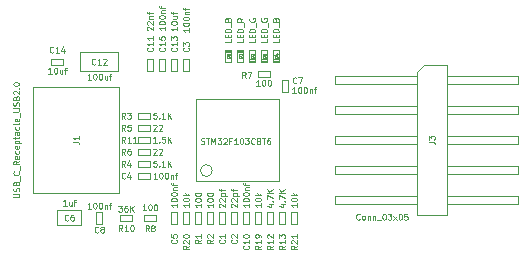
<source format=gbr>
%TF.GenerationSoftware,KiCad,Pcbnew,6.0.4-6f826c9f35~116~ubuntu21.10.1*%
%TF.CreationDate,2022-04-05T23:43:52+08:00*%
%TF.ProjectId,ST_Link_V2.1,53545f4c-696e-46b5-9f56-322e312e6b69,rev?*%
%TF.SameCoordinates,Original*%
%TF.FileFunction,AssemblyDrawing,Top*%
%FSLAX46Y46*%
G04 Gerber Fmt 4.6, Leading zero omitted, Abs format (unit mm)*
G04 Created by KiCad (PCBNEW 6.0.4-6f826c9f35~116~ubuntu21.10.1) date 2022-04-05 23:43:52*
%MOMM*%
%LPD*%
G01*
G04 APERTURE LIST*
%ADD10C,0.100000*%
%ADD11C,0.040000*%
G04 APERTURE END LIST*
D10*
%TO.C,C1*%
X71909809Y-89777000D02*
X71886000Y-89753190D01*
X71862190Y-89705571D01*
X71862190Y-89586523D01*
X71886000Y-89538904D01*
X71909809Y-89515095D01*
X71957428Y-89491285D01*
X72005047Y-89491285D01*
X72076476Y-89515095D01*
X72362190Y-89800809D01*
X72362190Y-89491285D01*
X71909809Y-89300809D02*
X71886000Y-89277000D01*
X71862190Y-89229380D01*
X71862190Y-89110333D01*
X71886000Y-89062714D01*
X71909809Y-89038904D01*
X71957428Y-89015095D01*
X72005047Y-89015095D01*
X72076476Y-89038904D01*
X72362190Y-89324619D01*
X72362190Y-89015095D01*
X72028857Y-88800809D02*
X72528857Y-88800809D01*
X72052666Y-88800809D02*
X72028857Y-88753190D01*
X72028857Y-88657952D01*
X72052666Y-88610333D01*
X72076476Y-88586523D01*
X72124095Y-88562714D01*
X72266952Y-88562714D01*
X72314571Y-88586523D01*
X72338380Y-88610333D01*
X72362190Y-88657952D01*
X72362190Y-88753190D01*
X72338380Y-88800809D01*
X72028857Y-88419857D02*
X72028857Y-88229380D01*
X72362190Y-88348428D02*
X71933619Y-88348428D01*
X71886000Y-88324619D01*
X71862190Y-88277000D01*
X71862190Y-88229380D01*
X72314571Y-92539333D02*
X72338380Y-92563142D01*
X72362190Y-92634571D01*
X72362190Y-92682190D01*
X72338380Y-92753619D01*
X72290761Y-92801238D01*
X72243142Y-92825047D01*
X72147904Y-92848857D01*
X72076476Y-92848857D01*
X71981238Y-92825047D01*
X71933619Y-92801238D01*
X71886000Y-92753619D01*
X71862190Y-92682190D01*
X71862190Y-92634571D01*
X71886000Y-92563142D01*
X71909809Y-92539333D01*
X72362190Y-92063142D02*
X72362190Y-92348857D01*
X72362190Y-92206000D02*
X71862190Y-92206000D01*
X71933619Y-92253619D01*
X71981238Y-92301238D01*
X72005047Y-92348857D01*
%TO.C,C2*%
X72925809Y-89777000D02*
X72902000Y-89753190D01*
X72878190Y-89705571D01*
X72878190Y-89586523D01*
X72902000Y-89538904D01*
X72925809Y-89515095D01*
X72973428Y-89491285D01*
X73021047Y-89491285D01*
X73092476Y-89515095D01*
X73378190Y-89800809D01*
X73378190Y-89491285D01*
X72925809Y-89300809D02*
X72902000Y-89277000D01*
X72878190Y-89229380D01*
X72878190Y-89110333D01*
X72902000Y-89062714D01*
X72925809Y-89038904D01*
X72973428Y-89015095D01*
X73021047Y-89015095D01*
X73092476Y-89038904D01*
X73378190Y-89324619D01*
X73378190Y-89015095D01*
X73044857Y-88800809D02*
X73544857Y-88800809D01*
X73068666Y-88800809D02*
X73044857Y-88753190D01*
X73044857Y-88657952D01*
X73068666Y-88610333D01*
X73092476Y-88586523D01*
X73140095Y-88562714D01*
X73282952Y-88562714D01*
X73330571Y-88586523D01*
X73354380Y-88610333D01*
X73378190Y-88657952D01*
X73378190Y-88753190D01*
X73354380Y-88800809D01*
X73044857Y-88419857D02*
X73044857Y-88229380D01*
X73378190Y-88348428D02*
X72949619Y-88348428D01*
X72902000Y-88324619D01*
X72878190Y-88277000D01*
X72878190Y-88229380D01*
X73330571Y-92539333D02*
X73354380Y-92563142D01*
X73378190Y-92634571D01*
X73378190Y-92682190D01*
X73354380Y-92753619D01*
X73306761Y-92801238D01*
X73259142Y-92825047D01*
X73163904Y-92848857D01*
X73092476Y-92848857D01*
X72997238Y-92825047D01*
X72949619Y-92801238D01*
X72902000Y-92753619D01*
X72878190Y-92682190D01*
X72878190Y-92634571D01*
X72902000Y-92563142D01*
X72925809Y-92539333D01*
X72925809Y-92348857D02*
X72902000Y-92325047D01*
X72878190Y-92277428D01*
X72878190Y-92158380D01*
X72902000Y-92110761D01*
X72925809Y-92086952D01*
X72973428Y-92063142D01*
X73021047Y-92063142D01*
X73092476Y-92086952D01*
X73378190Y-92372666D01*
X73378190Y-92063142D01*
%TO.C,C3*%
X69314190Y-74616380D02*
X69314190Y-74902095D01*
X69314190Y-74759238D02*
X68814190Y-74759238D01*
X68885619Y-74806857D01*
X68933238Y-74854476D01*
X68957047Y-74902095D01*
X68814190Y-74306857D02*
X68814190Y-74259238D01*
X68838000Y-74211619D01*
X68861809Y-74187809D01*
X68909428Y-74164000D01*
X69004666Y-74140190D01*
X69123714Y-74140190D01*
X69218952Y-74164000D01*
X69266571Y-74187809D01*
X69290380Y-74211619D01*
X69314190Y-74259238D01*
X69314190Y-74306857D01*
X69290380Y-74354476D01*
X69266571Y-74378285D01*
X69218952Y-74402095D01*
X69123714Y-74425904D01*
X69004666Y-74425904D01*
X68909428Y-74402095D01*
X68861809Y-74378285D01*
X68838000Y-74354476D01*
X68814190Y-74306857D01*
X68814190Y-73830666D02*
X68814190Y-73783047D01*
X68838000Y-73735428D01*
X68861809Y-73711619D01*
X68909428Y-73687809D01*
X69004666Y-73664000D01*
X69123714Y-73664000D01*
X69218952Y-73687809D01*
X69266571Y-73711619D01*
X69290380Y-73735428D01*
X69314190Y-73783047D01*
X69314190Y-73830666D01*
X69290380Y-73878285D01*
X69266571Y-73902095D01*
X69218952Y-73925904D01*
X69123714Y-73949714D01*
X69004666Y-73949714D01*
X68909428Y-73925904D01*
X68861809Y-73902095D01*
X68838000Y-73878285D01*
X68814190Y-73830666D01*
X68980857Y-73449714D02*
X69314190Y-73449714D01*
X69028476Y-73449714D02*
X69004666Y-73425904D01*
X68980857Y-73378285D01*
X68980857Y-73306857D01*
X69004666Y-73259238D01*
X69052285Y-73235428D01*
X69314190Y-73235428D01*
X68980857Y-73068761D02*
X68980857Y-72878285D01*
X69314190Y-72997333D02*
X68885619Y-72997333D01*
X68838000Y-72973523D01*
X68814190Y-72925904D01*
X68814190Y-72878285D01*
X69266571Y-76283333D02*
X69290380Y-76307142D01*
X69314190Y-76378571D01*
X69314190Y-76426190D01*
X69290380Y-76497619D01*
X69242761Y-76545238D01*
X69195142Y-76569047D01*
X69099904Y-76592857D01*
X69028476Y-76592857D01*
X68933238Y-76569047D01*
X68885619Y-76545238D01*
X68838000Y-76497619D01*
X68814190Y-76426190D01*
X68814190Y-76378571D01*
X68838000Y-76307142D01*
X68861809Y-76283333D01*
X68814190Y-76116666D02*
X68814190Y-75807142D01*
X69004666Y-75973809D01*
X69004666Y-75902380D01*
X69028476Y-75854761D01*
X69052285Y-75830952D01*
X69099904Y-75807142D01*
X69218952Y-75807142D01*
X69266571Y-75830952D01*
X69290380Y-75854761D01*
X69314190Y-75902380D01*
X69314190Y-76045238D01*
X69290380Y-76092857D01*
X69266571Y-76116666D01*
%TO.C,C4*%
X66607619Y-87348190D02*
X66321904Y-87348190D01*
X66464761Y-87348190D02*
X66464761Y-86848190D01*
X66417142Y-86919619D01*
X66369523Y-86967238D01*
X66321904Y-86991047D01*
X66917142Y-86848190D02*
X66964761Y-86848190D01*
X67012380Y-86872000D01*
X67036190Y-86895809D01*
X67060000Y-86943428D01*
X67083809Y-87038666D01*
X67083809Y-87157714D01*
X67060000Y-87252952D01*
X67036190Y-87300571D01*
X67012380Y-87324380D01*
X66964761Y-87348190D01*
X66917142Y-87348190D01*
X66869523Y-87324380D01*
X66845714Y-87300571D01*
X66821904Y-87252952D01*
X66798095Y-87157714D01*
X66798095Y-87038666D01*
X66821904Y-86943428D01*
X66845714Y-86895809D01*
X66869523Y-86872000D01*
X66917142Y-86848190D01*
X67393333Y-86848190D02*
X67440952Y-86848190D01*
X67488571Y-86872000D01*
X67512380Y-86895809D01*
X67536190Y-86943428D01*
X67560000Y-87038666D01*
X67560000Y-87157714D01*
X67536190Y-87252952D01*
X67512380Y-87300571D01*
X67488571Y-87324380D01*
X67440952Y-87348190D01*
X67393333Y-87348190D01*
X67345714Y-87324380D01*
X67321904Y-87300571D01*
X67298095Y-87252952D01*
X67274285Y-87157714D01*
X67274285Y-87038666D01*
X67298095Y-86943428D01*
X67321904Y-86895809D01*
X67345714Y-86872000D01*
X67393333Y-86848190D01*
X67774285Y-87014857D02*
X67774285Y-87348190D01*
X67774285Y-87062476D02*
X67798095Y-87038666D01*
X67845714Y-87014857D01*
X67917142Y-87014857D01*
X67964761Y-87038666D01*
X67988571Y-87086285D01*
X67988571Y-87348190D01*
X68155238Y-87014857D02*
X68345714Y-87014857D01*
X68226666Y-87348190D02*
X68226666Y-86919619D01*
X68250476Y-86872000D01*
X68298095Y-86848190D01*
X68345714Y-86848190D01*
X63924666Y-87300571D02*
X63900857Y-87324380D01*
X63829428Y-87348190D01*
X63781809Y-87348190D01*
X63710380Y-87324380D01*
X63662761Y-87276761D01*
X63638952Y-87229142D01*
X63615142Y-87133904D01*
X63615142Y-87062476D01*
X63638952Y-86967238D01*
X63662761Y-86919619D01*
X63710380Y-86872000D01*
X63781809Y-86848190D01*
X63829428Y-86848190D01*
X63900857Y-86872000D01*
X63924666Y-86895809D01*
X64353238Y-87014857D02*
X64353238Y-87348190D01*
X64234190Y-86824380D02*
X64115142Y-87181523D01*
X64424666Y-87181523D01*
%TO.C,C5*%
X68298190Y-89475380D02*
X68298190Y-89761095D01*
X68298190Y-89618238D02*
X67798190Y-89618238D01*
X67869619Y-89665857D01*
X67917238Y-89713476D01*
X67941047Y-89761095D01*
X67798190Y-89165857D02*
X67798190Y-89118238D01*
X67822000Y-89070619D01*
X67845809Y-89046809D01*
X67893428Y-89023000D01*
X67988666Y-88999190D01*
X68107714Y-88999190D01*
X68202952Y-89023000D01*
X68250571Y-89046809D01*
X68274380Y-89070619D01*
X68298190Y-89118238D01*
X68298190Y-89165857D01*
X68274380Y-89213476D01*
X68250571Y-89237285D01*
X68202952Y-89261095D01*
X68107714Y-89284904D01*
X67988666Y-89284904D01*
X67893428Y-89261095D01*
X67845809Y-89237285D01*
X67822000Y-89213476D01*
X67798190Y-89165857D01*
X67798190Y-88689666D02*
X67798190Y-88642047D01*
X67822000Y-88594428D01*
X67845809Y-88570619D01*
X67893428Y-88546809D01*
X67988666Y-88523000D01*
X68107714Y-88523000D01*
X68202952Y-88546809D01*
X68250571Y-88570619D01*
X68274380Y-88594428D01*
X68298190Y-88642047D01*
X68298190Y-88689666D01*
X68274380Y-88737285D01*
X68250571Y-88761095D01*
X68202952Y-88784904D01*
X68107714Y-88808714D01*
X67988666Y-88808714D01*
X67893428Y-88784904D01*
X67845809Y-88761095D01*
X67822000Y-88737285D01*
X67798190Y-88689666D01*
X67964857Y-88308714D02*
X68298190Y-88308714D01*
X68012476Y-88308714D02*
X67988666Y-88284904D01*
X67964857Y-88237285D01*
X67964857Y-88165857D01*
X67988666Y-88118238D01*
X68036285Y-88094428D01*
X68298190Y-88094428D01*
X67964857Y-87927761D02*
X67964857Y-87737285D01*
X68298190Y-87856333D02*
X67869619Y-87856333D01*
X67822000Y-87832523D01*
X67798190Y-87784904D01*
X67798190Y-87737285D01*
X68250571Y-92539333D02*
X68274380Y-92563142D01*
X68298190Y-92634571D01*
X68298190Y-92682190D01*
X68274380Y-92753619D01*
X68226761Y-92801238D01*
X68179142Y-92825047D01*
X68083904Y-92848857D01*
X68012476Y-92848857D01*
X67917238Y-92825047D01*
X67869619Y-92801238D01*
X67822000Y-92753619D01*
X67798190Y-92682190D01*
X67798190Y-92634571D01*
X67822000Y-92563142D01*
X67845809Y-92539333D01*
X67798190Y-92086952D02*
X67798190Y-92325047D01*
X68036285Y-92348857D01*
X68012476Y-92325047D01*
X67988666Y-92277428D01*
X67988666Y-92158380D01*
X68012476Y-92110761D01*
X68036285Y-92086952D01*
X68083904Y-92063142D01*
X68202952Y-92063142D01*
X68250571Y-92086952D01*
X68274380Y-92110761D01*
X68298190Y-92158380D01*
X68298190Y-92277428D01*
X68274380Y-92325047D01*
X68250571Y-92348857D01*
%TO.C,C6*%
X58955809Y-89634190D02*
X58670095Y-89634190D01*
X58812952Y-89634190D02*
X58812952Y-89134190D01*
X58765333Y-89205619D01*
X58717714Y-89253238D01*
X58670095Y-89277047D01*
X59384380Y-89300857D02*
X59384380Y-89634190D01*
X59170095Y-89300857D02*
X59170095Y-89562761D01*
X59193904Y-89610380D01*
X59241523Y-89634190D01*
X59312952Y-89634190D01*
X59360571Y-89610380D01*
X59384380Y-89586571D01*
X59551047Y-89300857D02*
X59741523Y-89300857D01*
X59622476Y-89634190D02*
X59622476Y-89205619D01*
X59646285Y-89158000D01*
X59693904Y-89134190D01*
X59741523Y-89134190D01*
X59098666Y-90856571D02*
X59074857Y-90880380D01*
X59003428Y-90904190D01*
X58955809Y-90904190D01*
X58884380Y-90880380D01*
X58836761Y-90832761D01*
X58812952Y-90785142D01*
X58789142Y-90689904D01*
X58789142Y-90618476D01*
X58812952Y-90523238D01*
X58836761Y-90475619D01*
X58884380Y-90428000D01*
X58955809Y-90404190D01*
X59003428Y-90404190D01*
X59074857Y-90428000D01*
X59098666Y-90451809D01*
X59527238Y-90404190D02*
X59432000Y-90404190D01*
X59384380Y-90428000D01*
X59360571Y-90451809D01*
X59312952Y-90523238D01*
X59289142Y-90618476D01*
X59289142Y-90808952D01*
X59312952Y-90856571D01*
X59336761Y-90880380D01*
X59384380Y-90904190D01*
X59479619Y-90904190D01*
X59527238Y-90880380D01*
X59551047Y-90856571D01*
X59574857Y-90808952D01*
X59574857Y-90689904D01*
X59551047Y-90642285D01*
X59527238Y-90618476D01*
X59479619Y-90594666D01*
X59384380Y-90594666D01*
X59336761Y-90618476D01*
X59312952Y-90642285D01*
X59289142Y-90689904D01*
%TO.C,C7*%
X78367619Y-80106190D02*
X78081904Y-80106190D01*
X78224761Y-80106190D02*
X78224761Y-79606190D01*
X78177142Y-79677619D01*
X78129523Y-79725238D01*
X78081904Y-79749047D01*
X78677142Y-79606190D02*
X78724761Y-79606190D01*
X78772380Y-79630000D01*
X78796190Y-79653809D01*
X78820000Y-79701428D01*
X78843809Y-79796666D01*
X78843809Y-79915714D01*
X78820000Y-80010952D01*
X78796190Y-80058571D01*
X78772380Y-80082380D01*
X78724761Y-80106190D01*
X78677142Y-80106190D01*
X78629523Y-80082380D01*
X78605714Y-80058571D01*
X78581904Y-80010952D01*
X78558095Y-79915714D01*
X78558095Y-79796666D01*
X78581904Y-79701428D01*
X78605714Y-79653809D01*
X78629523Y-79630000D01*
X78677142Y-79606190D01*
X79153333Y-79606190D02*
X79200952Y-79606190D01*
X79248571Y-79630000D01*
X79272380Y-79653809D01*
X79296190Y-79701428D01*
X79320000Y-79796666D01*
X79320000Y-79915714D01*
X79296190Y-80010952D01*
X79272380Y-80058571D01*
X79248571Y-80082380D01*
X79200952Y-80106190D01*
X79153333Y-80106190D01*
X79105714Y-80082380D01*
X79081904Y-80058571D01*
X79058095Y-80010952D01*
X79034285Y-79915714D01*
X79034285Y-79796666D01*
X79058095Y-79701428D01*
X79081904Y-79653809D01*
X79105714Y-79630000D01*
X79153333Y-79606190D01*
X79534285Y-79772857D02*
X79534285Y-80106190D01*
X79534285Y-79820476D02*
X79558095Y-79796666D01*
X79605714Y-79772857D01*
X79677142Y-79772857D01*
X79724761Y-79796666D01*
X79748571Y-79844285D01*
X79748571Y-80106190D01*
X79915238Y-79772857D02*
X80105714Y-79772857D01*
X79986666Y-80106190D02*
X79986666Y-79677619D01*
X80010476Y-79630000D01*
X80058095Y-79606190D01*
X80105714Y-79606190D01*
X78426666Y-79238571D02*
X78402857Y-79262380D01*
X78331428Y-79286190D01*
X78283809Y-79286190D01*
X78212380Y-79262380D01*
X78164761Y-79214761D01*
X78140952Y-79167142D01*
X78117142Y-79071904D01*
X78117142Y-79000476D01*
X78140952Y-78905238D01*
X78164761Y-78857619D01*
X78212380Y-78810000D01*
X78283809Y-78786190D01*
X78331428Y-78786190D01*
X78402857Y-78810000D01*
X78426666Y-78833809D01*
X78593333Y-78786190D02*
X78926666Y-78786190D01*
X78712380Y-79286190D01*
%TO.C,C8*%
X61019619Y-89888190D02*
X60733904Y-89888190D01*
X60876761Y-89888190D02*
X60876761Y-89388190D01*
X60829142Y-89459619D01*
X60781523Y-89507238D01*
X60733904Y-89531047D01*
X61329142Y-89388190D02*
X61376761Y-89388190D01*
X61424380Y-89412000D01*
X61448190Y-89435809D01*
X61472000Y-89483428D01*
X61495809Y-89578666D01*
X61495809Y-89697714D01*
X61472000Y-89792952D01*
X61448190Y-89840571D01*
X61424380Y-89864380D01*
X61376761Y-89888190D01*
X61329142Y-89888190D01*
X61281523Y-89864380D01*
X61257714Y-89840571D01*
X61233904Y-89792952D01*
X61210095Y-89697714D01*
X61210095Y-89578666D01*
X61233904Y-89483428D01*
X61257714Y-89435809D01*
X61281523Y-89412000D01*
X61329142Y-89388190D01*
X61805333Y-89388190D02*
X61852952Y-89388190D01*
X61900571Y-89412000D01*
X61924380Y-89435809D01*
X61948190Y-89483428D01*
X61972000Y-89578666D01*
X61972000Y-89697714D01*
X61948190Y-89792952D01*
X61924380Y-89840571D01*
X61900571Y-89864380D01*
X61852952Y-89888190D01*
X61805333Y-89888190D01*
X61757714Y-89864380D01*
X61733904Y-89840571D01*
X61710095Y-89792952D01*
X61686285Y-89697714D01*
X61686285Y-89578666D01*
X61710095Y-89483428D01*
X61733904Y-89435809D01*
X61757714Y-89412000D01*
X61805333Y-89388190D01*
X62186285Y-89554857D02*
X62186285Y-89888190D01*
X62186285Y-89602476D02*
X62210095Y-89578666D01*
X62257714Y-89554857D01*
X62329142Y-89554857D01*
X62376761Y-89578666D01*
X62400571Y-89626285D01*
X62400571Y-89888190D01*
X62567238Y-89554857D02*
X62757714Y-89554857D01*
X62638666Y-89888190D02*
X62638666Y-89459619D01*
X62662476Y-89412000D01*
X62710095Y-89388190D01*
X62757714Y-89388190D01*
X61638666Y-91872571D02*
X61614857Y-91896380D01*
X61543428Y-91920190D01*
X61495809Y-91920190D01*
X61424380Y-91896380D01*
X61376761Y-91848761D01*
X61352952Y-91801142D01*
X61329142Y-91705904D01*
X61329142Y-91634476D01*
X61352952Y-91539238D01*
X61376761Y-91491619D01*
X61424380Y-91444000D01*
X61495809Y-91420190D01*
X61543428Y-91420190D01*
X61614857Y-91444000D01*
X61638666Y-91467809D01*
X61924380Y-91634476D02*
X61876761Y-91610666D01*
X61852952Y-91586857D01*
X61829142Y-91539238D01*
X61829142Y-91515428D01*
X61852952Y-91467809D01*
X61876761Y-91444000D01*
X61924380Y-91420190D01*
X62019619Y-91420190D01*
X62067238Y-91444000D01*
X62091047Y-91467809D01*
X62114857Y-91515428D01*
X62114857Y-91539238D01*
X62091047Y-91586857D01*
X62067238Y-91610666D01*
X62019619Y-91634476D01*
X61924380Y-91634476D01*
X61876761Y-91658285D01*
X61852952Y-91682095D01*
X61829142Y-91729714D01*
X61829142Y-91824952D01*
X61852952Y-91872571D01*
X61876761Y-91896380D01*
X61924380Y-91920190D01*
X62019619Y-91920190D01*
X62067238Y-91896380D01*
X62091047Y-91872571D01*
X62114857Y-91824952D01*
X62114857Y-91729714D01*
X62091047Y-91682095D01*
X62067238Y-91658285D01*
X62019619Y-91634476D01*
%TO.C,C10*%
X74394190Y-89475380D02*
X74394190Y-89761095D01*
X74394190Y-89618238D02*
X73894190Y-89618238D01*
X73965619Y-89665857D01*
X74013238Y-89713476D01*
X74037047Y-89761095D01*
X73894190Y-89165857D02*
X73894190Y-89118238D01*
X73918000Y-89070619D01*
X73941809Y-89046809D01*
X73989428Y-89023000D01*
X74084666Y-88999190D01*
X74203714Y-88999190D01*
X74298952Y-89023000D01*
X74346571Y-89046809D01*
X74370380Y-89070619D01*
X74394190Y-89118238D01*
X74394190Y-89165857D01*
X74370380Y-89213476D01*
X74346571Y-89237285D01*
X74298952Y-89261095D01*
X74203714Y-89284904D01*
X74084666Y-89284904D01*
X73989428Y-89261095D01*
X73941809Y-89237285D01*
X73918000Y-89213476D01*
X73894190Y-89165857D01*
X73894190Y-88689666D02*
X73894190Y-88642047D01*
X73918000Y-88594428D01*
X73941809Y-88570619D01*
X73989428Y-88546809D01*
X74084666Y-88523000D01*
X74203714Y-88523000D01*
X74298952Y-88546809D01*
X74346571Y-88570619D01*
X74370380Y-88594428D01*
X74394190Y-88642047D01*
X74394190Y-88689666D01*
X74370380Y-88737285D01*
X74346571Y-88761095D01*
X74298952Y-88784904D01*
X74203714Y-88808714D01*
X74084666Y-88808714D01*
X73989428Y-88784904D01*
X73941809Y-88761095D01*
X73918000Y-88737285D01*
X73894190Y-88689666D01*
X74060857Y-88308714D02*
X74394190Y-88308714D01*
X74108476Y-88308714D02*
X74084666Y-88284904D01*
X74060857Y-88237285D01*
X74060857Y-88165857D01*
X74084666Y-88118238D01*
X74132285Y-88094428D01*
X74394190Y-88094428D01*
X74060857Y-87927761D02*
X74060857Y-87737285D01*
X74394190Y-87856333D02*
X73965619Y-87856333D01*
X73918000Y-87832523D01*
X73894190Y-87784904D01*
X73894190Y-87737285D01*
X74346571Y-93031428D02*
X74370380Y-93055238D01*
X74394190Y-93126666D01*
X74394190Y-93174285D01*
X74370380Y-93245714D01*
X74322761Y-93293333D01*
X74275142Y-93317142D01*
X74179904Y-93340952D01*
X74108476Y-93340952D01*
X74013238Y-93317142D01*
X73965619Y-93293333D01*
X73918000Y-93245714D01*
X73894190Y-93174285D01*
X73894190Y-93126666D01*
X73918000Y-93055238D01*
X73941809Y-93031428D01*
X74394190Y-92555238D02*
X74394190Y-92840952D01*
X74394190Y-92698095D02*
X73894190Y-92698095D01*
X73965619Y-92745714D01*
X74013238Y-92793333D01*
X74037047Y-92840952D01*
X73894190Y-92245714D02*
X73894190Y-92198095D01*
X73918000Y-92150476D01*
X73941809Y-92126666D01*
X73989428Y-92102857D01*
X74084666Y-92079047D01*
X74203714Y-92079047D01*
X74298952Y-92102857D01*
X74346571Y-92126666D01*
X74370380Y-92150476D01*
X74394190Y-92198095D01*
X74394190Y-92245714D01*
X74370380Y-92293333D01*
X74346571Y-92317142D01*
X74298952Y-92340952D01*
X74203714Y-92364761D01*
X74084666Y-92364761D01*
X73989428Y-92340952D01*
X73941809Y-92317142D01*
X73918000Y-92293333D01*
X73894190Y-92245714D01*
%TO.C,C11*%
X65813809Y-74791000D02*
X65790000Y-74767190D01*
X65766190Y-74719571D01*
X65766190Y-74600523D01*
X65790000Y-74552904D01*
X65813809Y-74529095D01*
X65861428Y-74505285D01*
X65909047Y-74505285D01*
X65980476Y-74529095D01*
X66266190Y-74814809D01*
X66266190Y-74505285D01*
X65813809Y-74314809D02*
X65790000Y-74291000D01*
X65766190Y-74243380D01*
X65766190Y-74124333D01*
X65790000Y-74076714D01*
X65813809Y-74052904D01*
X65861428Y-74029095D01*
X65909047Y-74029095D01*
X65980476Y-74052904D01*
X66266190Y-74338619D01*
X66266190Y-74029095D01*
X65932857Y-73814809D02*
X66266190Y-73814809D01*
X65980476Y-73814809D02*
X65956666Y-73791000D01*
X65932857Y-73743380D01*
X65932857Y-73671952D01*
X65956666Y-73624333D01*
X66004285Y-73600523D01*
X66266190Y-73600523D01*
X65932857Y-73433857D02*
X65932857Y-73243380D01*
X66266190Y-73362428D02*
X65837619Y-73362428D01*
X65790000Y-73338619D01*
X65766190Y-73291000D01*
X65766190Y-73243380D01*
X66218571Y-76267428D02*
X66242380Y-76291238D01*
X66266190Y-76362666D01*
X66266190Y-76410285D01*
X66242380Y-76481714D01*
X66194761Y-76529333D01*
X66147142Y-76553142D01*
X66051904Y-76576952D01*
X65980476Y-76576952D01*
X65885238Y-76553142D01*
X65837619Y-76529333D01*
X65790000Y-76481714D01*
X65766190Y-76410285D01*
X65766190Y-76362666D01*
X65790000Y-76291238D01*
X65813809Y-76267428D01*
X66266190Y-75791238D02*
X66266190Y-76076952D01*
X66266190Y-75934095D02*
X65766190Y-75934095D01*
X65837619Y-75981714D01*
X65885238Y-76029333D01*
X65909047Y-76076952D01*
X66266190Y-75315047D02*
X66266190Y-75600761D01*
X66266190Y-75457904D02*
X65766190Y-75457904D01*
X65837619Y-75505523D01*
X65885238Y-75553142D01*
X65909047Y-75600761D01*
%TO.C,C12*%
X61019619Y-78966190D02*
X60733904Y-78966190D01*
X60876761Y-78966190D02*
X60876761Y-78466190D01*
X60829142Y-78537619D01*
X60781523Y-78585238D01*
X60733904Y-78609047D01*
X61329142Y-78466190D02*
X61376761Y-78466190D01*
X61424380Y-78490000D01*
X61448190Y-78513809D01*
X61472000Y-78561428D01*
X61495809Y-78656666D01*
X61495809Y-78775714D01*
X61472000Y-78870952D01*
X61448190Y-78918571D01*
X61424380Y-78942380D01*
X61376761Y-78966190D01*
X61329142Y-78966190D01*
X61281523Y-78942380D01*
X61257714Y-78918571D01*
X61233904Y-78870952D01*
X61210095Y-78775714D01*
X61210095Y-78656666D01*
X61233904Y-78561428D01*
X61257714Y-78513809D01*
X61281523Y-78490000D01*
X61329142Y-78466190D01*
X61805333Y-78466190D02*
X61852952Y-78466190D01*
X61900571Y-78490000D01*
X61924380Y-78513809D01*
X61948190Y-78561428D01*
X61972000Y-78656666D01*
X61972000Y-78775714D01*
X61948190Y-78870952D01*
X61924380Y-78918571D01*
X61900571Y-78942380D01*
X61852952Y-78966190D01*
X61805333Y-78966190D01*
X61757714Y-78942380D01*
X61733904Y-78918571D01*
X61710095Y-78870952D01*
X61686285Y-78775714D01*
X61686285Y-78656666D01*
X61710095Y-78561428D01*
X61733904Y-78513809D01*
X61757714Y-78490000D01*
X61805333Y-78466190D01*
X62400571Y-78632857D02*
X62400571Y-78966190D01*
X62186285Y-78632857D02*
X62186285Y-78894761D01*
X62210095Y-78942380D01*
X62257714Y-78966190D01*
X62329142Y-78966190D01*
X62376761Y-78942380D01*
X62400571Y-78918571D01*
X62567238Y-78632857D02*
X62757714Y-78632857D01*
X62638666Y-78966190D02*
X62638666Y-78537619D01*
X62662476Y-78490000D01*
X62710095Y-78466190D01*
X62757714Y-78466190D01*
X61400571Y-77648571D02*
X61376761Y-77672380D01*
X61305333Y-77696190D01*
X61257714Y-77696190D01*
X61186285Y-77672380D01*
X61138666Y-77624761D01*
X61114857Y-77577142D01*
X61091047Y-77481904D01*
X61091047Y-77410476D01*
X61114857Y-77315238D01*
X61138666Y-77267619D01*
X61186285Y-77220000D01*
X61257714Y-77196190D01*
X61305333Y-77196190D01*
X61376761Y-77220000D01*
X61400571Y-77243809D01*
X61876761Y-77696190D02*
X61591047Y-77696190D01*
X61733904Y-77696190D02*
X61733904Y-77196190D01*
X61686285Y-77267619D01*
X61638666Y-77315238D01*
X61591047Y-77339047D01*
X62067238Y-77243809D02*
X62091047Y-77220000D01*
X62138666Y-77196190D01*
X62257714Y-77196190D01*
X62305333Y-77220000D01*
X62329142Y-77243809D01*
X62352952Y-77291428D01*
X62352952Y-77339047D01*
X62329142Y-77410476D01*
X62043428Y-77696190D01*
X62352952Y-77696190D01*
%TO.C,C13*%
X68298190Y-74505285D02*
X68298190Y-74791000D01*
X68298190Y-74648142D02*
X67798190Y-74648142D01*
X67869619Y-74695761D01*
X67917238Y-74743380D01*
X67941047Y-74791000D01*
X67798190Y-74195761D02*
X67798190Y-74148142D01*
X67822000Y-74100523D01*
X67845809Y-74076714D01*
X67893428Y-74052904D01*
X67988666Y-74029095D01*
X68107714Y-74029095D01*
X68202952Y-74052904D01*
X68250571Y-74076714D01*
X68274380Y-74100523D01*
X68298190Y-74148142D01*
X68298190Y-74195761D01*
X68274380Y-74243380D01*
X68250571Y-74267190D01*
X68202952Y-74291000D01*
X68107714Y-74314809D01*
X67988666Y-74314809D01*
X67893428Y-74291000D01*
X67845809Y-74267190D01*
X67822000Y-74243380D01*
X67798190Y-74195761D01*
X67964857Y-73600523D02*
X68298190Y-73600523D01*
X67964857Y-73814809D02*
X68226761Y-73814809D01*
X68274380Y-73791000D01*
X68298190Y-73743380D01*
X68298190Y-73671952D01*
X68274380Y-73624333D01*
X68250571Y-73600523D01*
X67964857Y-73433857D02*
X67964857Y-73243380D01*
X68298190Y-73362428D02*
X67869619Y-73362428D01*
X67822000Y-73338619D01*
X67798190Y-73291000D01*
X67798190Y-73243380D01*
X68250571Y-76267428D02*
X68274380Y-76291238D01*
X68298190Y-76362666D01*
X68298190Y-76410285D01*
X68274380Y-76481714D01*
X68226761Y-76529333D01*
X68179142Y-76553142D01*
X68083904Y-76576952D01*
X68012476Y-76576952D01*
X67917238Y-76553142D01*
X67869619Y-76529333D01*
X67822000Y-76481714D01*
X67798190Y-76410285D01*
X67798190Y-76362666D01*
X67822000Y-76291238D01*
X67845809Y-76267428D01*
X68298190Y-75791238D02*
X68298190Y-76076952D01*
X68298190Y-75934095D02*
X67798190Y-75934095D01*
X67869619Y-75981714D01*
X67917238Y-76029333D01*
X67941047Y-76076952D01*
X67798190Y-75624571D02*
X67798190Y-75315047D01*
X67988666Y-75481714D01*
X67988666Y-75410285D01*
X68012476Y-75362666D01*
X68036285Y-75338857D01*
X68083904Y-75315047D01*
X68202952Y-75315047D01*
X68250571Y-75338857D01*
X68274380Y-75362666D01*
X68298190Y-75410285D01*
X68298190Y-75553142D01*
X68274380Y-75600761D01*
X68250571Y-75624571D01*
%TO.C,C14*%
X57701714Y-78458190D02*
X57416000Y-78458190D01*
X57558857Y-78458190D02*
X57558857Y-77958190D01*
X57511238Y-78029619D01*
X57463619Y-78077238D01*
X57416000Y-78101047D01*
X58011238Y-77958190D02*
X58058857Y-77958190D01*
X58106476Y-77982000D01*
X58130285Y-78005809D01*
X58154095Y-78053428D01*
X58177904Y-78148666D01*
X58177904Y-78267714D01*
X58154095Y-78362952D01*
X58130285Y-78410571D01*
X58106476Y-78434380D01*
X58058857Y-78458190D01*
X58011238Y-78458190D01*
X57963619Y-78434380D01*
X57939809Y-78410571D01*
X57916000Y-78362952D01*
X57892190Y-78267714D01*
X57892190Y-78148666D01*
X57916000Y-78053428D01*
X57939809Y-78005809D01*
X57963619Y-77982000D01*
X58011238Y-77958190D01*
X58606476Y-78124857D02*
X58606476Y-78458190D01*
X58392190Y-78124857D02*
X58392190Y-78386761D01*
X58416000Y-78434380D01*
X58463619Y-78458190D01*
X58535047Y-78458190D01*
X58582666Y-78434380D01*
X58606476Y-78410571D01*
X58773142Y-78124857D02*
X58963619Y-78124857D01*
X58844571Y-78458190D02*
X58844571Y-78029619D01*
X58868380Y-77982000D01*
X58916000Y-77958190D01*
X58963619Y-77958190D01*
X57844571Y-76632571D02*
X57820761Y-76656380D01*
X57749333Y-76680190D01*
X57701714Y-76680190D01*
X57630285Y-76656380D01*
X57582666Y-76608761D01*
X57558857Y-76561142D01*
X57535047Y-76465904D01*
X57535047Y-76394476D01*
X57558857Y-76299238D01*
X57582666Y-76251619D01*
X57630285Y-76204000D01*
X57701714Y-76180190D01*
X57749333Y-76180190D01*
X57820761Y-76204000D01*
X57844571Y-76227809D01*
X58320761Y-76680190D02*
X58035047Y-76680190D01*
X58177904Y-76680190D02*
X58177904Y-76180190D01*
X58130285Y-76251619D01*
X58082666Y-76299238D01*
X58035047Y-76323047D01*
X58749333Y-76346857D02*
X58749333Y-76680190D01*
X58630285Y-76156380D02*
X58511238Y-76513523D01*
X58820761Y-76513523D01*
%TO.C,C15*%
X67282190Y-74489380D02*
X67282190Y-74775095D01*
X67282190Y-74632238D02*
X66782190Y-74632238D01*
X66853619Y-74679857D01*
X66901238Y-74727476D01*
X66925047Y-74775095D01*
X66782190Y-74179857D02*
X66782190Y-74132238D01*
X66806000Y-74084619D01*
X66829809Y-74060809D01*
X66877428Y-74037000D01*
X66972666Y-74013190D01*
X67091714Y-74013190D01*
X67186952Y-74037000D01*
X67234571Y-74060809D01*
X67258380Y-74084619D01*
X67282190Y-74132238D01*
X67282190Y-74179857D01*
X67258380Y-74227476D01*
X67234571Y-74251285D01*
X67186952Y-74275095D01*
X67091714Y-74298904D01*
X66972666Y-74298904D01*
X66877428Y-74275095D01*
X66829809Y-74251285D01*
X66806000Y-74227476D01*
X66782190Y-74179857D01*
X66782190Y-73703666D02*
X66782190Y-73656047D01*
X66806000Y-73608428D01*
X66829809Y-73584619D01*
X66877428Y-73560809D01*
X66972666Y-73537000D01*
X67091714Y-73537000D01*
X67186952Y-73560809D01*
X67234571Y-73584619D01*
X67258380Y-73608428D01*
X67282190Y-73656047D01*
X67282190Y-73703666D01*
X67258380Y-73751285D01*
X67234571Y-73775095D01*
X67186952Y-73798904D01*
X67091714Y-73822714D01*
X66972666Y-73822714D01*
X66877428Y-73798904D01*
X66829809Y-73775095D01*
X66806000Y-73751285D01*
X66782190Y-73703666D01*
X66948857Y-73322714D02*
X67282190Y-73322714D01*
X66996476Y-73322714D02*
X66972666Y-73298904D01*
X66948857Y-73251285D01*
X66948857Y-73179857D01*
X66972666Y-73132238D01*
X67020285Y-73108428D01*
X67282190Y-73108428D01*
X66948857Y-72941761D02*
X66948857Y-72751285D01*
X67282190Y-72870333D02*
X66853619Y-72870333D01*
X66806000Y-72846523D01*
X66782190Y-72798904D01*
X66782190Y-72751285D01*
X67234571Y-76267428D02*
X67258380Y-76291238D01*
X67282190Y-76362666D01*
X67282190Y-76410285D01*
X67258380Y-76481714D01*
X67210761Y-76529333D01*
X67163142Y-76553142D01*
X67067904Y-76576952D01*
X66996476Y-76576952D01*
X66901238Y-76553142D01*
X66853619Y-76529333D01*
X66806000Y-76481714D01*
X66782190Y-76410285D01*
X66782190Y-76362666D01*
X66806000Y-76291238D01*
X66829809Y-76267428D01*
X67282190Y-75791238D02*
X67282190Y-76076952D01*
X67282190Y-75934095D02*
X66782190Y-75934095D01*
X66853619Y-75981714D01*
X66901238Y-76029333D01*
X66925047Y-76076952D01*
X66782190Y-75338857D02*
X66782190Y-75576952D01*
X67020285Y-75600761D01*
X66996476Y-75576952D01*
X66972666Y-75529333D01*
X66972666Y-75410285D01*
X66996476Y-75362666D01*
X67020285Y-75338857D01*
X67067904Y-75315047D01*
X67186952Y-75315047D01*
X67234571Y-75338857D01*
X67258380Y-75362666D01*
X67282190Y-75410285D01*
X67282190Y-75529333D01*
X67258380Y-75576952D01*
X67234571Y-75600761D01*
%TO.C,D1*%
X73926190Y-75561904D02*
X73926190Y-75800000D01*
X73426190Y-75800000D01*
X73664285Y-75395238D02*
X73664285Y-75228571D01*
X73926190Y-75157142D02*
X73926190Y-75395238D01*
X73426190Y-75395238D01*
X73426190Y-75157142D01*
X73926190Y-74942857D02*
X73426190Y-74942857D01*
X73426190Y-74823809D01*
X73450000Y-74752380D01*
X73497619Y-74704761D01*
X73545238Y-74680952D01*
X73640476Y-74657142D01*
X73711904Y-74657142D01*
X73807142Y-74680952D01*
X73854761Y-74704761D01*
X73902380Y-74752380D01*
X73926190Y-74823809D01*
X73926190Y-74942857D01*
X73973809Y-74561904D02*
X73973809Y-74180952D01*
X73926190Y-73776190D02*
X73688095Y-73942857D01*
X73926190Y-74061904D02*
X73426190Y-74061904D01*
X73426190Y-73871428D01*
X73450000Y-73823809D01*
X73473809Y-73800000D01*
X73521428Y-73776190D01*
X73592857Y-73776190D01*
X73640476Y-73800000D01*
X73664285Y-73823809D01*
X73688095Y-73871428D01*
X73688095Y-74061904D01*
D11*
X73773095Y-77146523D02*
X73523095Y-77146523D01*
X73523095Y-77087000D01*
X73535000Y-77051285D01*
X73558809Y-77027476D01*
X73582619Y-77015571D01*
X73630238Y-77003666D01*
X73665952Y-77003666D01*
X73713571Y-77015571D01*
X73737380Y-77027476D01*
X73761190Y-77051285D01*
X73773095Y-77087000D01*
X73773095Y-77146523D01*
X73773095Y-76765571D02*
X73773095Y-76908428D01*
X73773095Y-76837000D02*
X73523095Y-76837000D01*
X73558809Y-76860809D01*
X73582619Y-76884619D01*
X73594523Y-76908428D01*
D10*
%TO.C,D2*%
X74926190Y-75561904D02*
X74926190Y-75800000D01*
X74426190Y-75800000D01*
X74664285Y-75395238D02*
X74664285Y-75228571D01*
X74926190Y-75157142D02*
X74926190Y-75395238D01*
X74426190Y-75395238D01*
X74426190Y-75157142D01*
X74926190Y-74942857D02*
X74426190Y-74942857D01*
X74426190Y-74823809D01*
X74450000Y-74752380D01*
X74497619Y-74704761D01*
X74545238Y-74680952D01*
X74640476Y-74657142D01*
X74711904Y-74657142D01*
X74807142Y-74680952D01*
X74854761Y-74704761D01*
X74902380Y-74752380D01*
X74926190Y-74823809D01*
X74926190Y-74942857D01*
X74973809Y-74561904D02*
X74973809Y-74180952D01*
X74450000Y-73800000D02*
X74426190Y-73847619D01*
X74426190Y-73919047D01*
X74450000Y-73990476D01*
X74497619Y-74038095D01*
X74545238Y-74061904D01*
X74640476Y-74085714D01*
X74711904Y-74085714D01*
X74807142Y-74061904D01*
X74854761Y-74038095D01*
X74902380Y-73990476D01*
X74926190Y-73919047D01*
X74926190Y-73871428D01*
X74902380Y-73800000D01*
X74878571Y-73776190D01*
X74711904Y-73776190D01*
X74711904Y-73871428D01*
D11*
X74789095Y-77146523D02*
X74539095Y-77146523D01*
X74539095Y-77087000D01*
X74551000Y-77051285D01*
X74574809Y-77027476D01*
X74598619Y-77015571D01*
X74646238Y-77003666D01*
X74681952Y-77003666D01*
X74729571Y-77015571D01*
X74753380Y-77027476D01*
X74777190Y-77051285D01*
X74789095Y-77087000D01*
X74789095Y-77146523D01*
X74562904Y-76908428D02*
X74551000Y-76896523D01*
X74539095Y-76872714D01*
X74539095Y-76813190D01*
X74551000Y-76789380D01*
X74562904Y-76777476D01*
X74586714Y-76765571D01*
X74610523Y-76765571D01*
X74646238Y-76777476D01*
X74789095Y-76920333D01*
X74789095Y-76765571D01*
D10*
%TO.C,D3*%
X72876190Y-75561904D02*
X72876190Y-75800000D01*
X72376190Y-75800000D01*
X72614285Y-75395238D02*
X72614285Y-75228571D01*
X72876190Y-75157142D02*
X72876190Y-75395238D01*
X72376190Y-75395238D01*
X72376190Y-75157142D01*
X72876190Y-74942857D02*
X72376190Y-74942857D01*
X72376190Y-74823809D01*
X72400000Y-74752380D01*
X72447619Y-74704761D01*
X72495238Y-74680952D01*
X72590476Y-74657142D01*
X72661904Y-74657142D01*
X72757142Y-74680952D01*
X72804761Y-74704761D01*
X72852380Y-74752380D01*
X72876190Y-74823809D01*
X72876190Y-74942857D01*
X72923809Y-74561904D02*
X72923809Y-74180952D01*
X72614285Y-73895238D02*
X72638095Y-73823809D01*
X72661904Y-73800000D01*
X72709523Y-73776190D01*
X72780952Y-73776190D01*
X72828571Y-73800000D01*
X72852380Y-73823809D01*
X72876190Y-73871428D01*
X72876190Y-74061904D01*
X72376190Y-74061904D01*
X72376190Y-73895238D01*
X72400000Y-73847619D01*
X72423809Y-73823809D01*
X72471428Y-73800000D01*
X72519047Y-73800000D01*
X72566666Y-73823809D01*
X72590476Y-73847619D01*
X72614285Y-73895238D01*
X72614285Y-74061904D01*
D11*
X72757095Y-77146523D02*
X72507095Y-77146523D01*
X72507095Y-77087000D01*
X72519000Y-77051285D01*
X72542809Y-77027476D01*
X72566619Y-77015571D01*
X72614238Y-77003666D01*
X72649952Y-77003666D01*
X72697571Y-77015571D01*
X72721380Y-77027476D01*
X72745190Y-77051285D01*
X72757095Y-77087000D01*
X72757095Y-77146523D01*
X72507095Y-76920333D02*
X72507095Y-76765571D01*
X72602333Y-76848904D01*
X72602333Y-76813190D01*
X72614238Y-76789380D01*
X72626142Y-76777476D01*
X72649952Y-76765571D01*
X72709476Y-76765571D01*
X72733285Y-76777476D01*
X72745190Y-76789380D01*
X72757095Y-76813190D01*
X72757095Y-76884619D01*
X72745190Y-76908428D01*
X72733285Y-76920333D01*
D10*
%TO.C,D4*%
X76926190Y-75561904D02*
X76926190Y-75800000D01*
X76426190Y-75800000D01*
X76664285Y-75395238D02*
X76664285Y-75228571D01*
X76926190Y-75157142D02*
X76926190Y-75395238D01*
X76426190Y-75395238D01*
X76426190Y-75157142D01*
X76926190Y-74942857D02*
X76426190Y-74942857D01*
X76426190Y-74823809D01*
X76450000Y-74752380D01*
X76497619Y-74704761D01*
X76545238Y-74680952D01*
X76640476Y-74657142D01*
X76711904Y-74657142D01*
X76807142Y-74680952D01*
X76854761Y-74704761D01*
X76902380Y-74752380D01*
X76926190Y-74823809D01*
X76926190Y-74942857D01*
X76973809Y-74561904D02*
X76973809Y-74180952D01*
X76664285Y-73895238D02*
X76688095Y-73823809D01*
X76711904Y-73800000D01*
X76759523Y-73776190D01*
X76830952Y-73776190D01*
X76878571Y-73800000D01*
X76902380Y-73823809D01*
X76926190Y-73871428D01*
X76926190Y-74061904D01*
X76426190Y-74061904D01*
X76426190Y-73895238D01*
X76450000Y-73847619D01*
X76473809Y-73823809D01*
X76521428Y-73800000D01*
X76569047Y-73800000D01*
X76616666Y-73823809D01*
X76640476Y-73847619D01*
X76664285Y-73895238D01*
X76664285Y-74061904D01*
D11*
X76821095Y-77146523D02*
X76571095Y-77146523D01*
X76571095Y-77087000D01*
X76583000Y-77051285D01*
X76606809Y-77027476D01*
X76630619Y-77015571D01*
X76678238Y-77003666D01*
X76713952Y-77003666D01*
X76761571Y-77015571D01*
X76785380Y-77027476D01*
X76809190Y-77051285D01*
X76821095Y-77087000D01*
X76821095Y-77146523D01*
X76654428Y-76789380D02*
X76821095Y-76789380D01*
X76559190Y-76848904D02*
X76737761Y-76908428D01*
X76737761Y-76753666D01*
D10*
%TO.C,D5*%
X75926190Y-75561904D02*
X75926190Y-75800000D01*
X75426190Y-75800000D01*
X75664285Y-75395238D02*
X75664285Y-75228571D01*
X75926190Y-75157142D02*
X75926190Y-75395238D01*
X75426190Y-75395238D01*
X75426190Y-75157142D01*
X75926190Y-74942857D02*
X75426190Y-74942857D01*
X75426190Y-74823809D01*
X75450000Y-74752380D01*
X75497619Y-74704761D01*
X75545238Y-74680952D01*
X75640476Y-74657142D01*
X75711904Y-74657142D01*
X75807142Y-74680952D01*
X75854761Y-74704761D01*
X75902380Y-74752380D01*
X75926190Y-74823809D01*
X75926190Y-74942857D01*
X75973809Y-74561904D02*
X75973809Y-74180952D01*
X75450000Y-73800000D02*
X75426190Y-73847619D01*
X75426190Y-73919047D01*
X75450000Y-73990476D01*
X75497619Y-74038095D01*
X75545238Y-74061904D01*
X75640476Y-74085714D01*
X75711904Y-74085714D01*
X75807142Y-74061904D01*
X75854761Y-74038095D01*
X75902380Y-73990476D01*
X75926190Y-73919047D01*
X75926190Y-73871428D01*
X75902380Y-73800000D01*
X75878571Y-73776190D01*
X75711904Y-73776190D01*
X75711904Y-73871428D01*
D11*
X75805095Y-77146523D02*
X75555095Y-77146523D01*
X75555095Y-77087000D01*
X75567000Y-77051285D01*
X75590809Y-77027476D01*
X75614619Y-77015571D01*
X75662238Y-77003666D01*
X75697952Y-77003666D01*
X75745571Y-77015571D01*
X75769380Y-77027476D01*
X75793190Y-77051285D01*
X75805095Y-77087000D01*
X75805095Y-77146523D01*
X75555095Y-76777476D02*
X75555095Y-76896523D01*
X75674142Y-76908428D01*
X75662238Y-76896523D01*
X75650333Y-76872714D01*
X75650333Y-76813190D01*
X75662238Y-76789380D01*
X75674142Y-76777476D01*
X75697952Y-76765571D01*
X75757476Y-76765571D01*
X75781285Y-76777476D01*
X75793190Y-76789380D01*
X75805095Y-76813190D01*
X75805095Y-76872714D01*
X75793190Y-76896523D01*
X75781285Y-76908428D01*
D10*
%TO.C,J1*%
X54446190Y-88919238D02*
X54850952Y-88919238D01*
X54898571Y-88895428D01*
X54922380Y-88871619D01*
X54946190Y-88824000D01*
X54946190Y-88728761D01*
X54922380Y-88681142D01*
X54898571Y-88657333D01*
X54850952Y-88633523D01*
X54446190Y-88633523D01*
X54922380Y-88419238D02*
X54946190Y-88347809D01*
X54946190Y-88228761D01*
X54922380Y-88181142D01*
X54898571Y-88157333D01*
X54850952Y-88133523D01*
X54803333Y-88133523D01*
X54755714Y-88157333D01*
X54731904Y-88181142D01*
X54708095Y-88228761D01*
X54684285Y-88324000D01*
X54660476Y-88371619D01*
X54636666Y-88395428D01*
X54589047Y-88419238D01*
X54541428Y-88419238D01*
X54493809Y-88395428D01*
X54470000Y-88371619D01*
X54446190Y-88324000D01*
X54446190Y-88204952D01*
X54470000Y-88133523D01*
X54684285Y-87752571D02*
X54708095Y-87681142D01*
X54731904Y-87657333D01*
X54779523Y-87633523D01*
X54850952Y-87633523D01*
X54898571Y-87657333D01*
X54922380Y-87681142D01*
X54946190Y-87728761D01*
X54946190Y-87919238D01*
X54446190Y-87919238D01*
X54446190Y-87752571D01*
X54470000Y-87704952D01*
X54493809Y-87681142D01*
X54541428Y-87657333D01*
X54589047Y-87657333D01*
X54636666Y-87681142D01*
X54660476Y-87704952D01*
X54684285Y-87752571D01*
X54684285Y-87919238D01*
X54993809Y-87538285D02*
X54993809Y-87157333D01*
X54898571Y-86752571D02*
X54922380Y-86776380D01*
X54946190Y-86847809D01*
X54946190Y-86895428D01*
X54922380Y-86966857D01*
X54874761Y-87014476D01*
X54827142Y-87038285D01*
X54731904Y-87062095D01*
X54660476Y-87062095D01*
X54565238Y-87038285D01*
X54517619Y-87014476D01*
X54470000Y-86966857D01*
X54446190Y-86895428D01*
X54446190Y-86847809D01*
X54470000Y-86776380D01*
X54493809Y-86752571D01*
X54993809Y-86657333D02*
X54993809Y-86276380D01*
X54946190Y-85871619D02*
X54708095Y-86038285D01*
X54946190Y-86157333D02*
X54446190Y-86157333D01*
X54446190Y-85966857D01*
X54470000Y-85919238D01*
X54493809Y-85895428D01*
X54541428Y-85871619D01*
X54612857Y-85871619D01*
X54660476Y-85895428D01*
X54684285Y-85919238D01*
X54708095Y-85966857D01*
X54708095Y-86157333D01*
X54922380Y-85466857D02*
X54946190Y-85514476D01*
X54946190Y-85609714D01*
X54922380Y-85657333D01*
X54874761Y-85681142D01*
X54684285Y-85681142D01*
X54636666Y-85657333D01*
X54612857Y-85609714D01*
X54612857Y-85514476D01*
X54636666Y-85466857D01*
X54684285Y-85443047D01*
X54731904Y-85443047D01*
X54779523Y-85681142D01*
X54922380Y-85014476D02*
X54946190Y-85062095D01*
X54946190Y-85157333D01*
X54922380Y-85204952D01*
X54898571Y-85228761D01*
X54850952Y-85252571D01*
X54708095Y-85252571D01*
X54660476Y-85228761D01*
X54636666Y-85204952D01*
X54612857Y-85157333D01*
X54612857Y-85062095D01*
X54636666Y-85014476D01*
X54922380Y-84609714D02*
X54946190Y-84657333D01*
X54946190Y-84752571D01*
X54922380Y-84800190D01*
X54874761Y-84824000D01*
X54684285Y-84824000D01*
X54636666Y-84800190D01*
X54612857Y-84752571D01*
X54612857Y-84657333D01*
X54636666Y-84609714D01*
X54684285Y-84585904D01*
X54731904Y-84585904D01*
X54779523Y-84824000D01*
X54612857Y-84371619D02*
X55112857Y-84371619D01*
X54636666Y-84371619D02*
X54612857Y-84324000D01*
X54612857Y-84228761D01*
X54636666Y-84181142D01*
X54660476Y-84157333D01*
X54708095Y-84133523D01*
X54850952Y-84133523D01*
X54898571Y-84157333D01*
X54922380Y-84181142D01*
X54946190Y-84228761D01*
X54946190Y-84324000D01*
X54922380Y-84371619D01*
X54612857Y-83990666D02*
X54612857Y-83800190D01*
X54446190Y-83919238D02*
X54874761Y-83919238D01*
X54922380Y-83895428D01*
X54946190Y-83847809D01*
X54946190Y-83800190D01*
X54946190Y-83419238D02*
X54684285Y-83419238D01*
X54636666Y-83443047D01*
X54612857Y-83490666D01*
X54612857Y-83585904D01*
X54636666Y-83633523D01*
X54922380Y-83419238D02*
X54946190Y-83466857D01*
X54946190Y-83585904D01*
X54922380Y-83633523D01*
X54874761Y-83657333D01*
X54827142Y-83657333D01*
X54779523Y-83633523D01*
X54755714Y-83585904D01*
X54755714Y-83466857D01*
X54731904Y-83419238D01*
X54922380Y-82966857D02*
X54946190Y-83014476D01*
X54946190Y-83109714D01*
X54922380Y-83157333D01*
X54898571Y-83181142D01*
X54850952Y-83204952D01*
X54708095Y-83204952D01*
X54660476Y-83181142D01*
X54636666Y-83157333D01*
X54612857Y-83109714D01*
X54612857Y-83014476D01*
X54636666Y-82966857D01*
X54946190Y-82681142D02*
X54922380Y-82728761D01*
X54874761Y-82752571D01*
X54446190Y-82752571D01*
X54922380Y-82300190D02*
X54946190Y-82347809D01*
X54946190Y-82443047D01*
X54922380Y-82490666D01*
X54874761Y-82514476D01*
X54684285Y-82514476D01*
X54636666Y-82490666D01*
X54612857Y-82443047D01*
X54612857Y-82347809D01*
X54636666Y-82300190D01*
X54684285Y-82276380D01*
X54731904Y-82276380D01*
X54779523Y-82514476D01*
X54993809Y-82181142D02*
X54993809Y-81800190D01*
X54446190Y-81681142D02*
X54850952Y-81681142D01*
X54898571Y-81657333D01*
X54922380Y-81633523D01*
X54946190Y-81585904D01*
X54946190Y-81490666D01*
X54922380Y-81443047D01*
X54898571Y-81419238D01*
X54850952Y-81395428D01*
X54446190Y-81395428D01*
X54922380Y-81181142D02*
X54946190Y-81109714D01*
X54946190Y-80990666D01*
X54922380Y-80943047D01*
X54898571Y-80919238D01*
X54850952Y-80895428D01*
X54803333Y-80895428D01*
X54755714Y-80919238D01*
X54731904Y-80943047D01*
X54708095Y-80990666D01*
X54684285Y-81085904D01*
X54660476Y-81133523D01*
X54636666Y-81157333D01*
X54589047Y-81181142D01*
X54541428Y-81181142D01*
X54493809Y-81157333D01*
X54470000Y-81133523D01*
X54446190Y-81085904D01*
X54446190Y-80966857D01*
X54470000Y-80895428D01*
X54684285Y-80514476D02*
X54708095Y-80443047D01*
X54731904Y-80419238D01*
X54779523Y-80395428D01*
X54850952Y-80395428D01*
X54898571Y-80419238D01*
X54922380Y-80443047D01*
X54946190Y-80490666D01*
X54946190Y-80681142D01*
X54446190Y-80681142D01*
X54446190Y-80514476D01*
X54470000Y-80466857D01*
X54493809Y-80443047D01*
X54541428Y-80419238D01*
X54589047Y-80419238D01*
X54636666Y-80443047D01*
X54660476Y-80466857D01*
X54684285Y-80514476D01*
X54684285Y-80681142D01*
X54493809Y-80204952D02*
X54470000Y-80181142D01*
X54446190Y-80133523D01*
X54446190Y-80014476D01*
X54470000Y-79966857D01*
X54493809Y-79943047D01*
X54541428Y-79919238D01*
X54589047Y-79919238D01*
X54660476Y-79943047D01*
X54946190Y-80228761D01*
X54946190Y-79919238D01*
X54898571Y-79704952D02*
X54922380Y-79681142D01*
X54946190Y-79704952D01*
X54922380Y-79728761D01*
X54898571Y-79704952D01*
X54946190Y-79704952D01*
X54446190Y-79371619D02*
X54446190Y-79324000D01*
X54470000Y-79276380D01*
X54493809Y-79252571D01*
X54541428Y-79228761D01*
X54636666Y-79204952D01*
X54755714Y-79204952D01*
X54850952Y-79228761D01*
X54898571Y-79252571D01*
X54922380Y-79276380D01*
X54946190Y-79324000D01*
X54946190Y-79371619D01*
X54922380Y-79419238D01*
X54898571Y-79443047D01*
X54850952Y-79466857D01*
X54755714Y-79490666D01*
X54636666Y-79490666D01*
X54541428Y-79466857D01*
X54493809Y-79443047D01*
X54470000Y-79419238D01*
X54446190Y-79371619D01*
X59506190Y-84240666D02*
X59863333Y-84240666D01*
X59934761Y-84264476D01*
X59982380Y-84312095D01*
X60006190Y-84383523D01*
X60006190Y-84431142D01*
X60006190Y-83740666D02*
X60006190Y-84026380D01*
X60006190Y-83883523D02*
X59506190Y-83883523D01*
X59577619Y-83931142D01*
X59625238Y-83978761D01*
X59649047Y-84026380D01*
%TO.C,R1*%
X70330190Y-89487333D02*
X70330190Y-89773047D01*
X70330190Y-89630190D02*
X69830190Y-89630190D01*
X69901619Y-89677809D01*
X69949238Y-89725428D01*
X69973047Y-89773047D01*
X69830190Y-89177809D02*
X69830190Y-89130190D01*
X69854000Y-89082571D01*
X69877809Y-89058761D01*
X69925428Y-89034952D01*
X70020666Y-89011142D01*
X70139714Y-89011142D01*
X70234952Y-89034952D01*
X70282571Y-89058761D01*
X70306380Y-89082571D01*
X70330190Y-89130190D01*
X70330190Y-89177809D01*
X70306380Y-89225428D01*
X70282571Y-89249238D01*
X70234952Y-89273047D01*
X70139714Y-89296857D01*
X70020666Y-89296857D01*
X69925428Y-89273047D01*
X69877809Y-89249238D01*
X69854000Y-89225428D01*
X69830190Y-89177809D01*
X69830190Y-88701619D02*
X69830190Y-88654000D01*
X69854000Y-88606380D01*
X69877809Y-88582571D01*
X69925428Y-88558761D01*
X70020666Y-88534952D01*
X70139714Y-88534952D01*
X70234952Y-88558761D01*
X70282571Y-88582571D01*
X70306380Y-88606380D01*
X70330190Y-88654000D01*
X70330190Y-88701619D01*
X70306380Y-88749238D01*
X70282571Y-88773047D01*
X70234952Y-88796857D01*
X70139714Y-88820666D01*
X70020666Y-88820666D01*
X69925428Y-88796857D01*
X69877809Y-88773047D01*
X69854000Y-88749238D01*
X69830190Y-88701619D01*
X70330190Y-92539333D02*
X70092095Y-92706000D01*
X70330190Y-92825047D02*
X69830190Y-92825047D01*
X69830190Y-92634571D01*
X69854000Y-92586952D01*
X69877809Y-92563142D01*
X69925428Y-92539333D01*
X69996857Y-92539333D01*
X70044476Y-92563142D01*
X70068285Y-92586952D01*
X70092095Y-92634571D01*
X70092095Y-92825047D01*
X70330190Y-92063142D02*
X70330190Y-92348857D01*
X70330190Y-92206000D02*
X69830190Y-92206000D01*
X69901619Y-92253619D01*
X69949238Y-92301238D01*
X69973047Y-92348857D01*
%TO.C,R2*%
X71346190Y-89487333D02*
X71346190Y-89773047D01*
X71346190Y-89630190D02*
X70846190Y-89630190D01*
X70917619Y-89677809D01*
X70965238Y-89725428D01*
X70989047Y-89773047D01*
X70846190Y-89177809D02*
X70846190Y-89130190D01*
X70870000Y-89082571D01*
X70893809Y-89058761D01*
X70941428Y-89034952D01*
X71036666Y-89011142D01*
X71155714Y-89011142D01*
X71250952Y-89034952D01*
X71298571Y-89058761D01*
X71322380Y-89082571D01*
X71346190Y-89130190D01*
X71346190Y-89177809D01*
X71322380Y-89225428D01*
X71298571Y-89249238D01*
X71250952Y-89273047D01*
X71155714Y-89296857D01*
X71036666Y-89296857D01*
X70941428Y-89273047D01*
X70893809Y-89249238D01*
X70870000Y-89225428D01*
X70846190Y-89177809D01*
X70846190Y-88701619D02*
X70846190Y-88654000D01*
X70870000Y-88606380D01*
X70893809Y-88582571D01*
X70941428Y-88558761D01*
X71036666Y-88534952D01*
X71155714Y-88534952D01*
X71250952Y-88558761D01*
X71298571Y-88582571D01*
X71322380Y-88606380D01*
X71346190Y-88654000D01*
X71346190Y-88701619D01*
X71322380Y-88749238D01*
X71298571Y-88773047D01*
X71250952Y-88796857D01*
X71155714Y-88820666D01*
X71036666Y-88820666D01*
X70941428Y-88796857D01*
X70893809Y-88773047D01*
X70870000Y-88749238D01*
X70846190Y-88701619D01*
X71346190Y-92539333D02*
X71108095Y-92706000D01*
X71346190Y-92825047D02*
X70846190Y-92825047D01*
X70846190Y-92634571D01*
X70870000Y-92586952D01*
X70893809Y-92563142D01*
X70941428Y-92539333D01*
X71012857Y-92539333D01*
X71060476Y-92563142D01*
X71084285Y-92586952D01*
X71108095Y-92634571D01*
X71108095Y-92825047D01*
X70893809Y-92348857D02*
X70870000Y-92325047D01*
X70846190Y-92277428D01*
X70846190Y-92158380D01*
X70870000Y-92110761D01*
X70893809Y-92086952D01*
X70941428Y-92063142D01*
X70989047Y-92063142D01*
X71060476Y-92086952D01*
X71346190Y-92372666D01*
X71346190Y-92063142D01*
%TO.C,R3*%
X66567904Y-81768190D02*
X66329809Y-81768190D01*
X66306000Y-82006285D01*
X66329809Y-81982476D01*
X66377428Y-81958666D01*
X66496476Y-81958666D01*
X66544095Y-81982476D01*
X66567904Y-82006285D01*
X66591714Y-82053904D01*
X66591714Y-82172952D01*
X66567904Y-82220571D01*
X66544095Y-82244380D01*
X66496476Y-82268190D01*
X66377428Y-82268190D01*
X66329809Y-82244380D01*
X66306000Y-82220571D01*
X66806000Y-82220571D02*
X66829809Y-82244380D01*
X66806000Y-82268190D01*
X66782190Y-82244380D01*
X66806000Y-82220571D01*
X66806000Y-82268190D01*
X67306000Y-82268190D02*
X67020285Y-82268190D01*
X67163142Y-82268190D02*
X67163142Y-81768190D01*
X67115523Y-81839619D01*
X67067904Y-81887238D01*
X67020285Y-81911047D01*
X67520285Y-82268190D02*
X67520285Y-81768190D01*
X67806000Y-82268190D02*
X67591714Y-81982476D01*
X67806000Y-81768190D02*
X67520285Y-82053904D01*
X63924666Y-82268190D02*
X63758000Y-82030095D01*
X63638952Y-82268190D02*
X63638952Y-81768190D01*
X63829428Y-81768190D01*
X63877047Y-81792000D01*
X63900857Y-81815809D01*
X63924666Y-81863428D01*
X63924666Y-81934857D01*
X63900857Y-81982476D01*
X63877047Y-82006285D01*
X63829428Y-82030095D01*
X63638952Y-82030095D01*
X64091333Y-81768190D02*
X64400857Y-81768190D01*
X64234190Y-81958666D01*
X64305619Y-81958666D01*
X64353238Y-81982476D01*
X64377047Y-82006285D01*
X64400857Y-82053904D01*
X64400857Y-82172952D01*
X64377047Y-82220571D01*
X64353238Y-82244380D01*
X64305619Y-82268190D01*
X64162761Y-82268190D01*
X64115142Y-82244380D01*
X64091333Y-82220571D01*
%TO.C,R4*%
X66567904Y-85832190D02*
X66329809Y-85832190D01*
X66306000Y-86070285D01*
X66329809Y-86046476D01*
X66377428Y-86022666D01*
X66496476Y-86022666D01*
X66544095Y-86046476D01*
X66567904Y-86070285D01*
X66591714Y-86117904D01*
X66591714Y-86236952D01*
X66567904Y-86284571D01*
X66544095Y-86308380D01*
X66496476Y-86332190D01*
X66377428Y-86332190D01*
X66329809Y-86308380D01*
X66306000Y-86284571D01*
X66806000Y-86284571D02*
X66829809Y-86308380D01*
X66806000Y-86332190D01*
X66782190Y-86308380D01*
X66806000Y-86284571D01*
X66806000Y-86332190D01*
X67306000Y-86332190D02*
X67020285Y-86332190D01*
X67163142Y-86332190D02*
X67163142Y-85832190D01*
X67115523Y-85903619D01*
X67067904Y-85951238D01*
X67020285Y-85975047D01*
X67520285Y-86332190D02*
X67520285Y-85832190D01*
X67806000Y-86332190D02*
X67591714Y-86046476D01*
X67806000Y-85832190D02*
X67520285Y-86117904D01*
X63924666Y-86332190D02*
X63758000Y-86094095D01*
X63638952Y-86332190D02*
X63638952Y-85832190D01*
X63829428Y-85832190D01*
X63877047Y-85856000D01*
X63900857Y-85879809D01*
X63924666Y-85927428D01*
X63924666Y-85998857D01*
X63900857Y-86046476D01*
X63877047Y-86070285D01*
X63829428Y-86094095D01*
X63638952Y-86094095D01*
X64353238Y-85998857D02*
X64353238Y-86332190D01*
X64234190Y-85808380D02*
X64115142Y-86165523D01*
X64424666Y-86165523D01*
%TO.C,R5*%
X66294047Y-82831809D02*
X66317857Y-82808000D01*
X66365476Y-82784190D01*
X66484523Y-82784190D01*
X66532142Y-82808000D01*
X66555952Y-82831809D01*
X66579761Y-82879428D01*
X66579761Y-82927047D01*
X66555952Y-82998476D01*
X66270238Y-83284190D01*
X66579761Y-83284190D01*
X66770238Y-82831809D02*
X66794047Y-82808000D01*
X66841666Y-82784190D01*
X66960714Y-82784190D01*
X67008333Y-82808000D01*
X67032142Y-82831809D01*
X67055952Y-82879428D01*
X67055952Y-82927047D01*
X67032142Y-82998476D01*
X66746428Y-83284190D01*
X67055952Y-83284190D01*
X63924666Y-83284190D02*
X63758000Y-83046095D01*
X63638952Y-83284190D02*
X63638952Y-82784190D01*
X63829428Y-82784190D01*
X63877047Y-82808000D01*
X63900857Y-82831809D01*
X63924666Y-82879428D01*
X63924666Y-82950857D01*
X63900857Y-82998476D01*
X63877047Y-83022285D01*
X63829428Y-83046095D01*
X63638952Y-83046095D01*
X64377047Y-82784190D02*
X64138952Y-82784190D01*
X64115142Y-83022285D01*
X64138952Y-82998476D01*
X64186571Y-82974666D01*
X64305619Y-82974666D01*
X64353238Y-82998476D01*
X64377047Y-83022285D01*
X64400857Y-83069904D01*
X64400857Y-83188952D01*
X64377047Y-83236571D01*
X64353238Y-83260380D01*
X64305619Y-83284190D01*
X64186571Y-83284190D01*
X64138952Y-83260380D01*
X64115142Y-83236571D01*
%TO.C,R6*%
X66294047Y-84863809D02*
X66317857Y-84840000D01*
X66365476Y-84816190D01*
X66484523Y-84816190D01*
X66532142Y-84840000D01*
X66555952Y-84863809D01*
X66579761Y-84911428D01*
X66579761Y-84959047D01*
X66555952Y-85030476D01*
X66270238Y-85316190D01*
X66579761Y-85316190D01*
X66770238Y-84863809D02*
X66794047Y-84840000D01*
X66841666Y-84816190D01*
X66960714Y-84816190D01*
X67008333Y-84840000D01*
X67032142Y-84863809D01*
X67055952Y-84911428D01*
X67055952Y-84959047D01*
X67032142Y-85030476D01*
X66746428Y-85316190D01*
X67055952Y-85316190D01*
X63924666Y-85316190D02*
X63758000Y-85078095D01*
X63638952Y-85316190D02*
X63638952Y-84816190D01*
X63829428Y-84816190D01*
X63877047Y-84840000D01*
X63900857Y-84863809D01*
X63924666Y-84911428D01*
X63924666Y-84982857D01*
X63900857Y-85030476D01*
X63877047Y-85054285D01*
X63829428Y-85078095D01*
X63638952Y-85078095D01*
X64353238Y-84816190D02*
X64258000Y-84816190D01*
X64210380Y-84840000D01*
X64186571Y-84863809D01*
X64138952Y-84935238D01*
X64115142Y-85030476D01*
X64115142Y-85220952D01*
X64138952Y-85268571D01*
X64162761Y-85292380D01*
X64210380Y-85316190D01*
X64305619Y-85316190D01*
X64353238Y-85292380D01*
X64377047Y-85268571D01*
X64400857Y-85220952D01*
X64400857Y-85101904D01*
X64377047Y-85054285D01*
X64353238Y-85030476D01*
X64305619Y-85006666D01*
X64210380Y-85006666D01*
X64162761Y-85030476D01*
X64138952Y-85054285D01*
X64115142Y-85101904D01*
%TO.C,R7*%
X75316666Y-79496190D02*
X75030952Y-79496190D01*
X75173809Y-79496190D02*
X75173809Y-78996190D01*
X75126190Y-79067619D01*
X75078571Y-79115238D01*
X75030952Y-79139047D01*
X75626190Y-78996190D02*
X75673809Y-78996190D01*
X75721428Y-79020000D01*
X75745238Y-79043809D01*
X75769047Y-79091428D01*
X75792857Y-79186666D01*
X75792857Y-79305714D01*
X75769047Y-79400952D01*
X75745238Y-79448571D01*
X75721428Y-79472380D01*
X75673809Y-79496190D01*
X75626190Y-79496190D01*
X75578571Y-79472380D01*
X75554761Y-79448571D01*
X75530952Y-79400952D01*
X75507142Y-79305714D01*
X75507142Y-79186666D01*
X75530952Y-79091428D01*
X75554761Y-79043809D01*
X75578571Y-79020000D01*
X75626190Y-78996190D01*
X76102380Y-78996190D02*
X76150000Y-78996190D01*
X76197619Y-79020000D01*
X76221428Y-79043809D01*
X76245238Y-79091428D01*
X76269047Y-79186666D01*
X76269047Y-79305714D01*
X76245238Y-79400952D01*
X76221428Y-79448571D01*
X76197619Y-79472380D01*
X76150000Y-79496190D01*
X76102380Y-79496190D01*
X76054761Y-79472380D01*
X76030952Y-79448571D01*
X76007142Y-79400952D01*
X75983333Y-79305714D01*
X75983333Y-79186666D01*
X76007142Y-79091428D01*
X76030952Y-79043809D01*
X76054761Y-79020000D01*
X76102380Y-78996190D01*
X74116666Y-78826190D02*
X73950000Y-78588095D01*
X73830952Y-78826190D02*
X73830952Y-78326190D01*
X74021428Y-78326190D01*
X74069047Y-78350000D01*
X74092857Y-78373809D01*
X74116666Y-78421428D01*
X74116666Y-78492857D01*
X74092857Y-78540476D01*
X74069047Y-78564285D01*
X74021428Y-78588095D01*
X73830952Y-78588095D01*
X74283333Y-78326190D02*
X74616666Y-78326190D01*
X74402380Y-78826190D01*
%TO.C,R8*%
X65686666Y-90026190D02*
X65400952Y-90026190D01*
X65543809Y-90026190D02*
X65543809Y-89526190D01*
X65496190Y-89597619D01*
X65448571Y-89645238D01*
X65400952Y-89669047D01*
X65996190Y-89526190D02*
X66043809Y-89526190D01*
X66091428Y-89550000D01*
X66115238Y-89573809D01*
X66139047Y-89621428D01*
X66162857Y-89716666D01*
X66162857Y-89835714D01*
X66139047Y-89930952D01*
X66115238Y-89978571D01*
X66091428Y-90002380D01*
X66043809Y-90026190D01*
X65996190Y-90026190D01*
X65948571Y-90002380D01*
X65924761Y-89978571D01*
X65900952Y-89930952D01*
X65877142Y-89835714D01*
X65877142Y-89716666D01*
X65900952Y-89621428D01*
X65924761Y-89573809D01*
X65948571Y-89550000D01*
X65996190Y-89526190D01*
X66472380Y-89526190D02*
X66520000Y-89526190D01*
X66567619Y-89550000D01*
X66591428Y-89573809D01*
X66615238Y-89621428D01*
X66639047Y-89716666D01*
X66639047Y-89835714D01*
X66615238Y-89930952D01*
X66591428Y-89978571D01*
X66567619Y-90002380D01*
X66520000Y-90026190D01*
X66472380Y-90026190D01*
X66424761Y-90002380D01*
X66400952Y-89978571D01*
X66377142Y-89930952D01*
X66353333Y-89835714D01*
X66353333Y-89716666D01*
X66377142Y-89621428D01*
X66400952Y-89573809D01*
X66424761Y-89550000D01*
X66472380Y-89526190D01*
X65936666Y-91806190D02*
X65770000Y-91568095D01*
X65650952Y-91806190D02*
X65650952Y-91306190D01*
X65841428Y-91306190D01*
X65889047Y-91330000D01*
X65912857Y-91353809D01*
X65936666Y-91401428D01*
X65936666Y-91472857D01*
X65912857Y-91520476D01*
X65889047Y-91544285D01*
X65841428Y-91568095D01*
X65650952Y-91568095D01*
X66222380Y-91520476D02*
X66174761Y-91496666D01*
X66150952Y-91472857D01*
X66127142Y-91425238D01*
X66127142Y-91401428D01*
X66150952Y-91353809D01*
X66174761Y-91330000D01*
X66222380Y-91306190D01*
X66317619Y-91306190D01*
X66365238Y-91330000D01*
X66389047Y-91353809D01*
X66412857Y-91401428D01*
X66412857Y-91425238D01*
X66389047Y-91472857D01*
X66365238Y-91496666D01*
X66317619Y-91520476D01*
X66222380Y-91520476D01*
X66174761Y-91544285D01*
X66150952Y-91568095D01*
X66127142Y-91615714D01*
X66127142Y-91710952D01*
X66150952Y-91758571D01*
X66174761Y-91782380D01*
X66222380Y-91806190D01*
X66317619Y-91806190D01*
X66365238Y-91782380D01*
X66389047Y-91758571D01*
X66412857Y-91710952D01*
X66412857Y-91615714D01*
X66389047Y-91568095D01*
X66365238Y-91544285D01*
X66317619Y-91520476D01*
%TO.C,R10*%
X63353238Y-89642190D02*
X63662761Y-89642190D01*
X63496095Y-89832666D01*
X63567523Y-89832666D01*
X63615142Y-89856476D01*
X63638952Y-89880285D01*
X63662761Y-89927904D01*
X63662761Y-90046952D01*
X63638952Y-90094571D01*
X63615142Y-90118380D01*
X63567523Y-90142190D01*
X63424666Y-90142190D01*
X63377047Y-90118380D01*
X63353238Y-90094571D01*
X64091333Y-89642190D02*
X63996095Y-89642190D01*
X63948476Y-89666000D01*
X63924666Y-89689809D01*
X63877047Y-89761238D01*
X63853238Y-89856476D01*
X63853238Y-90046952D01*
X63877047Y-90094571D01*
X63900857Y-90118380D01*
X63948476Y-90142190D01*
X64043714Y-90142190D01*
X64091333Y-90118380D01*
X64115142Y-90094571D01*
X64138952Y-90046952D01*
X64138952Y-89927904D01*
X64115142Y-89880285D01*
X64091333Y-89856476D01*
X64043714Y-89832666D01*
X63948476Y-89832666D01*
X63900857Y-89856476D01*
X63877047Y-89880285D01*
X63853238Y-89927904D01*
X64353238Y-90142190D02*
X64353238Y-89642190D01*
X64638952Y-90142190D02*
X64424666Y-89856476D01*
X64638952Y-89642190D02*
X64353238Y-89927904D01*
X63686571Y-91793190D02*
X63519904Y-91555095D01*
X63400857Y-91793190D02*
X63400857Y-91293190D01*
X63591333Y-91293190D01*
X63638952Y-91317000D01*
X63662761Y-91340809D01*
X63686571Y-91388428D01*
X63686571Y-91459857D01*
X63662761Y-91507476D01*
X63638952Y-91531285D01*
X63591333Y-91555095D01*
X63400857Y-91555095D01*
X64162761Y-91793190D02*
X63877047Y-91793190D01*
X64019904Y-91793190D02*
X64019904Y-91293190D01*
X63972285Y-91364619D01*
X63924666Y-91412238D01*
X63877047Y-91436047D01*
X64472285Y-91293190D02*
X64519904Y-91293190D01*
X64567523Y-91317000D01*
X64591333Y-91340809D01*
X64615142Y-91388428D01*
X64638952Y-91483666D01*
X64638952Y-91602714D01*
X64615142Y-91697952D01*
X64591333Y-91745571D01*
X64567523Y-91769380D01*
X64519904Y-91793190D01*
X64472285Y-91793190D01*
X64424666Y-91769380D01*
X64400857Y-91745571D01*
X64377047Y-91697952D01*
X64353238Y-91602714D01*
X64353238Y-91483666D01*
X64377047Y-91388428D01*
X64400857Y-91340809D01*
X64424666Y-91317000D01*
X64472285Y-91293190D01*
%TO.C,R11*%
X66591714Y-84300190D02*
X66306000Y-84300190D01*
X66448857Y-84300190D02*
X66448857Y-83800190D01*
X66401238Y-83871619D01*
X66353619Y-83919238D01*
X66306000Y-83943047D01*
X66806000Y-84252571D02*
X66829809Y-84276380D01*
X66806000Y-84300190D01*
X66782190Y-84276380D01*
X66806000Y-84252571D01*
X66806000Y-84300190D01*
X67282190Y-83800190D02*
X67044095Y-83800190D01*
X67020285Y-84038285D01*
X67044095Y-84014476D01*
X67091714Y-83990666D01*
X67210761Y-83990666D01*
X67258380Y-84014476D01*
X67282190Y-84038285D01*
X67306000Y-84085904D01*
X67306000Y-84204952D01*
X67282190Y-84252571D01*
X67258380Y-84276380D01*
X67210761Y-84300190D01*
X67091714Y-84300190D01*
X67044095Y-84276380D01*
X67020285Y-84252571D01*
X67520285Y-84300190D02*
X67520285Y-83800190D01*
X67806000Y-84300190D02*
X67591714Y-84014476D01*
X67806000Y-83800190D02*
X67520285Y-84085904D01*
X63940571Y-84300190D02*
X63773904Y-84062095D01*
X63654857Y-84300190D02*
X63654857Y-83800190D01*
X63845333Y-83800190D01*
X63892952Y-83824000D01*
X63916761Y-83847809D01*
X63940571Y-83895428D01*
X63940571Y-83966857D01*
X63916761Y-84014476D01*
X63892952Y-84038285D01*
X63845333Y-84062095D01*
X63654857Y-84062095D01*
X64416761Y-84300190D02*
X64131047Y-84300190D01*
X64273904Y-84300190D02*
X64273904Y-83800190D01*
X64226285Y-83871619D01*
X64178666Y-83919238D01*
X64131047Y-83943047D01*
X64892952Y-84300190D02*
X64607238Y-84300190D01*
X64750095Y-84300190D02*
X64750095Y-83800190D01*
X64702476Y-83871619D01*
X64654857Y-83919238D01*
X64607238Y-83943047D01*
%TO.C,R12*%
X76092857Y-89538904D02*
X76426190Y-89538904D01*
X75902380Y-89657952D02*
X76259523Y-89777000D01*
X76259523Y-89467476D01*
X76378571Y-89277000D02*
X76402380Y-89253190D01*
X76426190Y-89277000D01*
X76402380Y-89300809D01*
X76378571Y-89277000D01*
X76426190Y-89277000D01*
X75926190Y-89086523D02*
X75926190Y-88753190D01*
X76426190Y-88967476D01*
X76426190Y-88562714D02*
X75926190Y-88562714D01*
X76426190Y-88277000D02*
X76140476Y-88491285D01*
X75926190Y-88277000D02*
X76211904Y-88562714D01*
X76426190Y-93031428D02*
X76188095Y-93198095D01*
X76426190Y-93317142D02*
X75926190Y-93317142D01*
X75926190Y-93126666D01*
X75950000Y-93079047D01*
X75973809Y-93055238D01*
X76021428Y-93031428D01*
X76092857Y-93031428D01*
X76140476Y-93055238D01*
X76164285Y-93079047D01*
X76188095Y-93126666D01*
X76188095Y-93317142D01*
X76426190Y-92555238D02*
X76426190Y-92840952D01*
X76426190Y-92698095D02*
X75926190Y-92698095D01*
X75997619Y-92745714D01*
X76045238Y-92793333D01*
X76069047Y-92840952D01*
X75973809Y-92364761D02*
X75950000Y-92340952D01*
X75926190Y-92293333D01*
X75926190Y-92174285D01*
X75950000Y-92126666D01*
X75973809Y-92102857D01*
X76021428Y-92079047D01*
X76069047Y-92079047D01*
X76140476Y-92102857D01*
X76426190Y-92388571D01*
X76426190Y-92079047D01*
%TO.C,R13*%
X77108857Y-89538904D02*
X77442190Y-89538904D01*
X76918380Y-89657952D02*
X77275523Y-89777000D01*
X77275523Y-89467476D01*
X77394571Y-89277000D02*
X77418380Y-89253190D01*
X77442190Y-89277000D01*
X77418380Y-89300809D01*
X77394571Y-89277000D01*
X77442190Y-89277000D01*
X76942190Y-89086523D02*
X76942190Y-88753190D01*
X77442190Y-88967476D01*
X77442190Y-88562714D02*
X76942190Y-88562714D01*
X77442190Y-88277000D02*
X77156476Y-88491285D01*
X76942190Y-88277000D02*
X77227904Y-88562714D01*
X77442190Y-93031428D02*
X77204095Y-93198095D01*
X77442190Y-93317142D02*
X76942190Y-93317142D01*
X76942190Y-93126666D01*
X76966000Y-93079047D01*
X76989809Y-93055238D01*
X77037428Y-93031428D01*
X77108857Y-93031428D01*
X77156476Y-93055238D01*
X77180285Y-93079047D01*
X77204095Y-93126666D01*
X77204095Y-93317142D01*
X77442190Y-92555238D02*
X77442190Y-92840952D01*
X77442190Y-92698095D02*
X76942190Y-92698095D01*
X77013619Y-92745714D01*
X77061238Y-92793333D01*
X77085047Y-92840952D01*
X76942190Y-92388571D02*
X76942190Y-92079047D01*
X77132666Y-92245714D01*
X77132666Y-92174285D01*
X77156476Y-92126666D01*
X77180285Y-92102857D01*
X77227904Y-92079047D01*
X77346952Y-92079047D01*
X77394571Y-92102857D01*
X77418380Y-92126666D01*
X77442190Y-92174285D01*
X77442190Y-92317142D01*
X77418380Y-92364761D01*
X77394571Y-92388571D01*
%TO.C,R19*%
X75410190Y-89451619D02*
X75410190Y-89737333D01*
X75410190Y-89594476D02*
X74910190Y-89594476D01*
X74981619Y-89642095D01*
X75029238Y-89689714D01*
X75053047Y-89737333D01*
X74910190Y-89142095D02*
X74910190Y-89094476D01*
X74934000Y-89046857D01*
X74957809Y-89023047D01*
X75005428Y-88999238D01*
X75100666Y-88975428D01*
X75219714Y-88975428D01*
X75314952Y-88999238D01*
X75362571Y-89023047D01*
X75386380Y-89046857D01*
X75410190Y-89094476D01*
X75410190Y-89142095D01*
X75386380Y-89189714D01*
X75362571Y-89213523D01*
X75314952Y-89237333D01*
X75219714Y-89261142D01*
X75100666Y-89261142D01*
X75005428Y-89237333D01*
X74957809Y-89213523D01*
X74934000Y-89189714D01*
X74910190Y-89142095D01*
X75410190Y-88761142D02*
X74910190Y-88761142D01*
X75219714Y-88713523D02*
X75410190Y-88570666D01*
X75076857Y-88570666D02*
X75267333Y-88761142D01*
X75410190Y-93031428D02*
X75172095Y-93198095D01*
X75410190Y-93317142D02*
X74910190Y-93317142D01*
X74910190Y-93126666D01*
X74934000Y-93079047D01*
X74957809Y-93055238D01*
X75005428Y-93031428D01*
X75076857Y-93031428D01*
X75124476Y-93055238D01*
X75148285Y-93079047D01*
X75172095Y-93126666D01*
X75172095Y-93317142D01*
X75410190Y-92555238D02*
X75410190Y-92840952D01*
X75410190Y-92698095D02*
X74910190Y-92698095D01*
X74981619Y-92745714D01*
X75029238Y-92793333D01*
X75053047Y-92840952D01*
X75410190Y-92317142D02*
X75410190Y-92221904D01*
X75386380Y-92174285D01*
X75362571Y-92150476D01*
X75291142Y-92102857D01*
X75195904Y-92079047D01*
X75005428Y-92079047D01*
X74957809Y-92102857D01*
X74934000Y-92126666D01*
X74910190Y-92174285D01*
X74910190Y-92269523D01*
X74934000Y-92317142D01*
X74957809Y-92340952D01*
X75005428Y-92364761D01*
X75124476Y-92364761D01*
X75172095Y-92340952D01*
X75195904Y-92317142D01*
X75219714Y-92269523D01*
X75219714Y-92174285D01*
X75195904Y-92126666D01*
X75172095Y-92102857D01*
X75124476Y-92079047D01*
%TO.C,R20*%
X69314190Y-89451619D02*
X69314190Y-89737333D01*
X69314190Y-89594476D02*
X68814190Y-89594476D01*
X68885619Y-89642095D01*
X68933238Y-89689714D01*
X68957047Y-89737333D01*
X68814190Y-89142095D02*
X68814190Y-89094476D01*
X68838000Y-89046857D01*
X68861809Y-89023047D01*
X68909428Y-88999238D01*
X69004666Y-88975428D01*
X69123714Y-88975428D01*
X69218952Y-88999238D01*
X69266571Y-89023047D01*
X69290380Y-89046857D01*
X69314190Y-89094476D01*
X69314190Y-89142095D01*
X69290380Y-89189714D01*
X69266571Y-89213523D01*
X69218952Y-89237333D01*
X69123714Y-89261142D01*
X69004666Y-89261142D01*
X68909428Y-89237333D01*
X68861809Y-89213523D01*
X68838000Y-89189714D01*
X68814190Y-89142095D01*
X69314190Y-88761142D02*
X68814190Y-88761142D01*
X69123714Y-88713523D02*
X69314190Y-88570666D01*
X68980857Y-88570666D02*
X69171333Y-88761142D01*
X69314190Y-93031428D02*
X69076095Y-93198095D01*
X69314190Y-93317142D02*
X68814190Y-93317142D01*
X68814190Y-93126666D01*
X68838000Y-93079047D01*
X68861809Y-93055238D01*
X68909428Y-93031428D01*
X68980857Y-93031428D01*
X69028476Y-93055238D01*
X69052285Y-93079047D01*
X69076095Y-93126666D01*
X69076095Y-93317142D01*
X68861809Y-92840952D02*
X68838000Y-92817142D01*
X68814190Y-92769523D01*
X68814190Y-92650476D01*
X68838000Y-92602857D01*
X68861809Y-92579047D01*
X68909428Y-92555238D01*
X68957047Y-92555238D01*
X69028476Y-92579047D01*
X69314190Y-92864761D01*
X69314190Y-92555238D01*
X68814190Y-92245714D02*
X68814190Y-92198095D01*
X68838000Y-92150476D01*
X68861809Y-92126666D01*
X68909428Y-92102857D01*
X69004666Y-92079047D01*
X69123714Y-92079047D01*
X69218952Y-92102857D01*
X69266571Y-92126666D01*
X69290380Y-92150476D01*
X69314190Y-92198095D01*
X69314190Y-92245714D01*
X69290380Y-92293333D01*
X69266571Y-92317142D01*
X69218952Y-92340952D01*
X69123714Y-92364761D01*
X69004666Y-92364761D01*
X68909428Y-92340952D01*
X68861809Y-92317142D01*
X68838000Y-92293333D01*
X68814190Y-92245714D01*
%TO.C,R21*%
X78458190Y-89451619D02*
X78458190Y-89737333D01*
X78458190Y-89594476D02*
X77958190Y-89594476D01*
X78029619Y-89642095D01*
X78077238Y-89689714D01*
X78101047Y-89737333D01*
X77958190Y-89142095D02*
X77958190Y-89094476D01*
X77982000Y-89046857D01*
X78005809Y-89023047D01*
X78053428Y-88999238D01*
X78148666Y-88975428D01*
X78267714Y-88975428D01*
X78362952Y-88999238D01*
X78410571Y-89023047D01*
X78434380Y-89046857D01*
X78458190Y-89094476D01*
X78458190Y-89142095D01*
X78434380Y-89189714D01*
X78410571Y-89213523D01*
X78362952Y-89237333D01*
X78267714Y-89261142D01*
X78148666Y-89261142D01*
X78053428Y-89237333D01*
X78005809Y-89213523D01*
X77982000Y-89189714D01*
X77958190Y-89142095D01*
X78458190Y-88761142D02*
X77958190Y-88761142D01*
X78267714Y-88713523D02*
X78458190Y-88570666D01*
X78124857Y-88570666D02*
X78315333Y-88761142D01*
X78458190Y-93031428D02*
X78220095Y-93198095D01*
X78458190Y-93317142D02*
X77958190Y-93317142D01*
X77958190Y-93126666D01*
X77982000Y-93079047D01*
X78005809Y-93055238D01*
X78053428Y-93031428D01*
X78124857Y-93031428D01*
X78172476Y-93055238D01*
X78196285Y-93079047D01*
X78220095Y-93126666D01*
X78220095Y-93317142D01*
X78005809Y-92840952D02*
X77982000Y-92817142D01*
X77958190Y-92769523D01*
X77958190Y-92650476D01*
X77982000Y-92602857D01*
X78005809Y-92579047D01*
X78053428Y-92555238D01*
X78101047Y-92555238D01*
X78172476Y-92579047D01*
X78458190Y-92864761D01*
X78458190Y-92555238D01*
X78458190Y-92079047D02*
X78458190Y-92364761D01*
X78458190Y-92221904D02*
X77958190Y-92221904D01*
X78029619Y-92269523D01*
X78077238Y-92317142D01*
X78101047Y-92364761D01*
%TO.C,U1*%
X70338523Y-84403380D02*
X70409952Y-84427190D01*
X70529000Y-84427190D01*
X70576619Y-84403380D01*
X70600428Y-84379571D01*
X70624238Y-84331952D01*
X70624238Y-84284333D01*
X70600428Y-84236714D01*
X70576619Y-84212904D01*
X70529000Y-84189095D01*
X70433761Y-84165285D01*
X70386142Y-84141476D01*
X70362333Y-84117666D01*
X70338523Y-84070047D01*
X70338523Y-84022428D01*
X70362333Y-83974809D01*
X70386142Y-83951000D01*
X70433761Y-83927190D01*
X70552809Y-83927190D01*
X70624238Y-83951000D01*
X70767095Y-83927190D02*
X71052809Y-83927190D01*
X70909952Y-84427190D02*
X70909952Y-83927190D01*
X71219476Y-84427190D02*
X71219476Y-83927190D01*
X71386142Y-84284333D01*
X71552809Y-83927190D01*
X71552809Y-84427190D01*
X71743285Y-83927190D02*
X72052809Y-83927190D01*
X71886142Y-84117666D01*
X71957571Y-84117666D01*
X72005190Y-84141476D01*
X72029000Y-84165285D01*
X72052809Y-84212904D01*
X72052809Y-84331952D01*
X72029000Y-84379571D01*
X72005190Y-84403380D01*
X71957571Y-84427190D01*
X71814714Y-84427190D01*
X71767095Y-84403380D01*
X71743285Y-84379571D01*
X72243285Y-83974809D02*
X72267095Y-83951000D01*
X72314714Y-83927190D01*
X72433761Y-83927190D01*
X72481380Y-83951000D01*
X72505190Y-83974809D01*
X72529000Y-84022428D01*
X72529000Y-84070047D01*
X72505190Y-84141476D01*
X72219476Y-84427190D01*
X72529000Y-84427190D01*
X72909952Y-84165285D02*
X72743285Y-84165285D01*
X72743285Y-84427190D02*
X72743285Y-83927190D01*
X72981380Y-83927190D01*
X73433761Y-84427190D02*
X73148047Y-84427190D01*
X73290904Y-84427190D02*
X73290904Y-83927190D01*
X73243285Y-83998619D01*
X73195666Y-84046238D01*
X73148047Y-84070047D01*
X73743285Y-83927190D02*
X73790904Y-83927190D01*
X73838523Y-83951000D01*
X73862333Y-83974809D01*
X73886142Y-84022428D01*
X73909952Y-84117666D01*
X73909952Y-84236714D01*
X73886142Y-84331952D01*
X73862333Y-84379571D01*
X73838523Y-84403380D01*
X73790904Y-84427190D01*
X73743285Y-84427190D01*
X73695666Y-84403380D01*
X73671857Y-84379571D01*
X73648047Y-84331952D01*
X73624238Y-84236714D01*
X73624238Y-84117666D01*
X73648047Y-84022428D01*
X73671857Y-83974809D01*
X73695666Y-83951000D01*
X73743285Y-83927190D01*
X74076619Y-83927190D02*
X74386142Y-83927190D01*
X74219476Y-84117666D01*
X74290904Y-84117666D01*
X74338523Y-84141476D01*
X74362333Y-84165285D01*
X74386142Y-84212904D01*
X74386142Y-84331952D01*
X74362333Y-84379571D01*
X74338523Y-84403380D01*
X74290904Y-84427190D01*
X74148047Y-84427190D01*
X74100428Y-84403380D01*
X74076619Y-84379571D01*
X74886142Y-84379571D02*
X74862333Y-84403380D01*
X74790904Y-84427190D01*
X74743285Y-84427190D01*
X74671857Y-84403380D01*
X74624238Y-84355761D01*
X74600428Y-84308142D01*
X74576619Y-84212904D01*
X74576619Y-84141476D01*
X74600428Y-84046238D01*
X74624238Y-83998619D01*
X74671857Y-83951000D01*
X74743285Y-83927190D01*
X74790904Y-83927190D01*
X74862333Y-83951000D01*
X74886142Y-83974809D01*
X75171857Y-84141476D02*
X75124238Y-84117666D01*
X75100428Y-84093857D01*
X75076619Y-84046238D01*
X75076619Y-84022428D01*
X75100428Y-83974809D01*
X75124238Y-83951000D01*
X75171857Y-83927190D01*
X75267095Y-83927190D01*
X75314714Y-83951000D01*
X75338523Y-83974809D01*
X75362333Y-84022428D01*
X75362333Y-84046238D01*
X75338523Y-84093857D01*
X75314714Y-84117666D01*
X75267095Y-84141476D01*
X75171857Y-84141476D01*
X75124238Y-84165285D01*
X75100428Y-84189095D01*
X75076619Y-84236714D01*
X75076619Y-84331952D01*
X75100428Y-84379571D01*
X75124238Y-84403380D01*
X75171857Y-84427190D01*
X75267095Y-84427190D01*
X75314714Y-84403380D01*
X75338523Y-84379571D01*
X75362333Y-84331952D01*
X75362333Y-84236714D01*
X75338523Y-84189095D01*
X75314714Y-84165285D01*
X75267095Y-84141476D01*
X75505190Y-83927190D02*
X75790904Y-83927190D01*
X75648047Y-84427190D02*
X75648047Y-83927190D01*
X76171857Y-83927190D02*
X76076619Y-83927190D01*
X76029000Y-83951000D01*
X76005190Y-83974809D01*
X75957571Y-84046238D01*
X75933761Y-84141476D01*
X75933761Y-84331952D01*
X75957571Y-84379571D01*
X75981380Y-84403380D01*
X76029000Y-84427190D01*
X76124238Y-84427190D01*
X76171857Y-84403380D01*
X76195666Y-84379571D01*
X76219476Y-84331952D01*
X76219476Y-84212904D01*
X76195666Y-84165285D01*
X76171857Y-84141476D01*
X76124238Y-84117666D01*
X76029000Y-84117666D01*
X75981380Y-84141476D01*
X75957571Y-84165285D01*
X75933761Y-84212904D01*
%TO.C,J3*%
X83780952Y-90788571D02*
X83757142Y-90812380D01*
X83685714Y-90836190D01*
X83638095Y-90836190D01*
X83566666Y-90812380D01*
X83519047Y-90764761D01*
X83495238Y-90717142D01*
X83471428Y-90621904D01*
X83471428Y-90550476D01*
X83495238Y-90455238D01*
X83519047Y-90407619D01*
X83566666Y-90360000D01*
X83638095Y-90336190D01*
X83685714Y-90336190D01*
X83757142Y-90360000D01*
X83780952Y-90383809D01*
X84066666Y-90836190D02*
X84019047Y-90812380D01*
X83995238Y-90788571D01*
X83971428Y-90740952D01*
X83971428Y-90598095D01*
X83995238Y-90550476D01*
X84019047Y-90526666D01*
X84066666Y-90502857D01*
X84138095Y-90502857D01*
X84185714Y-90526666D01*
X84209523Y-90550476D01*
X84233333Y-90598095D01*
X84233333Y-90740952D01*
X84209523Y-90788571D01*
X84185714Y-90812380D01*
X84138095Y-90836190D01*
X84066666Y-90836190D01*
X84447619Y-90502857D02*
X84447619Y-90836190D01*
X84447619Y-90550476D02*
X84471428Y-90526666D01*
X84519047Y-90502857D01*
X84590476Y-90502857D01*
X84638095Y-90526666D01*
X84661904Y-90574285D01*
X84661904Y-90836190D01*
X84900000Y-90502857D02*
X84900000Y-90836190D01*
X84900000Y-90550476D02*
X84923809Y-90526666D01*
X84971428Y-90502857D01*
X85042857Y-90502857D01*
X85090476Y-90526666D01*
X85114285Y-90574285D01*
X85114285Y-90836190D01*
X85233333Y-90883809D02*
X85614285Y-90883809D01*
X85828571Y-90336190D02*
X85876190Y-90336190D01*
X85923809Y-90360000D01*
X85947619Y-90383809D01*
X85971428Y-90431428D01*
X85995238Y-90526666D01*
X85995238Y-90645714D01*
X85971428Y-90740952D01*
X85947619Y-90788571D01*
X85923809Y-90812380D01*
X85876190Y-90836190D01*
X85828571Y-90836190D01*
X85780952Y-90812380D01*
X85757142Y-90788571D01*
X85733333Y-90740952D01*
X85709523Y-90645714D01*
X85709523Y-90526666D01*
X85733333Y-90431428D01*
X85757142Y-90383809D01*
X85780952Y-90360000D01*
X85828571Y-90336190D01*
X86161904Y-90336190D02*
X86471428Y-90336190D01*
X86304761Y-90526666D01*
X86376190Y-90526666D01*
X86423809Y-90550476D01*
X86447619Y-90574285D01*
X86471428Y-90621904D01*
X86471428Y-90740952D01*
X86447619Y-90788571D01*
X86423809Y-90812380D01*
X86376190Y-90836190D01*
X86233333Y-90836190D01*
X86185714Y-90812380D01*
X86161904Y-90788571D01*
X86638095Y-90836190D02*
X86900000Y-90502857D01*
X86638095Y-90502857D02*
X86900000Y-90836190D01*
X87185714Y-90336190D02*
X87233333Y-90336190D01*
X87280952Y-90360000D01*
X87304761Y-90383809D01*
X87328571Y-90431428D01*
X87352380Y-90526666D01*
X87352380Y-90645714D01*
X87328571Y-90740952D01*
X87304761Y-90788571D01*
X87280952Y-90812380D01*
X87233333Y-90836190D01*
X87185714Y-90836190D01*
X87138095Y-90812380D01*
X87114285Y-90788571D01*
X87090476Y-90740952D01*
X87066666Y-90645714D01*
X87066666Y-90526666D01*
X87090476Y-90431428D01*
X87114285Y-90383809D01*
X87138095Y-90360000D01*
X87185714Y-90336190D01*
X87804761Y-90336190D02*
X87566666Y-90336190D01*
X87542857Y-90574285D01*
X87566666Y-90550476D01*
X87614285Y-90526666D01*
X87733333Y-90526666D01*
X87780952Y-90550476D01*
X87804761Y-90574285D01*
X87828571Y-90621904D01*
X87828571Y-90740952D01*
X87804761Y-90788571D01*
X87780952Y-90812380D01*
X87733333Y-90836190D01*
X87614285Y-90836190D01*
X87566666Y-90812380D01*
X87542857Y-90788571D01*
X89618190Y-84240666D02*
X89975333Y-84240666D01*
X90046761Y-84264476D01*
X90094380Y-84312095D01*
X90118190Y-84383523D01*
X90118190Y-84431142D01*
X89618190Y-84050190D02*
X89618190Y-83740666D01*
X89808666Y-83907333D01*
X89808666Y-83835904D01*
X89832476Y-83788285D01*
X89856285Y-83764476D01*
X89903904Y-83740666D01*
X90022952Y-83740666D01*
X90070571Y-83764476D01*
X90094380Y-83788285D01*
X90118190Y-83835904D01*
X90118190Y-83978761D01*
X90094380Y-84026380D01*
X90070571Y-84050190D01*
%TO.C,C1*%
X72386000Y-90178000D02*
X72386000Y-91178000D01*
X71886000Y-90178000D02*
X72386000Y-90178000D01*
X72386000Y-91178000D02*
X71886000Y-91178000D01*
X71886000Y-91178000D02*
X71886000Y-90178000D01*
%TO.C,C2*%
X72902000Y-91178000D02*
X72902000Y-90178000D01*
X72902000Y-90178000D02*
X73402000Y-90178000D01*
X73402000Y-91178000D02*
X72902000Y-91178000D01*
X73402000Y-90178000D02*
X73402000Y-91178000D01*
%TO.C,C3*%
X68838000Y-77224000D02*
X69338000Y-77224000D01*
X68838000Y-78224000D02*
X68838000Y-77224000D01*
X69338000Y-78224000D02*
X68838000Y-78224000D01*
X69338000Y-77224000D02*
X69338000Y-78224000D01*
%TO.C,C4*%
X65032000Y-86872000D02*
X66032000Y-86872000D01*
X66032000Y-87372000D02*
X65032000Y-87372000D01*
X66032000Y-86872000D02*
X66032000Y-87372000D01*
X65032000Y-87372000D02*
X65032000Y-86872000D01*
%TO.C,C5*%
X68322000Y-90178000D02*
X68322000Y-91178000D01*
X67822000Y-90178000D02*
X68322000Y-90178000D01*
X67822000Y-91178000D02*
X67822000Y-90178000D01*
X68322000Y-91178000D02*
X67822000Y-91178000D01*
%TO.C,C6*%
X60182000Y-90053000D02*
X60182000Y-91303000D01*
X58182000Y-90053000D02*
X60182000Y-90053000D01*
X60182000Y-91303000D02*
X58182000Y-91303000D01*
X58182000Y-91303000D02*
X58182000Y-90053000D01*
%TO.C,C7*%
X77220000Y-79002000D02*
X77720000Y-79002000D01*
X77720000Y-80002000D02*
X77220000Y-80002000D01*
X77720000Y-79002000D02*
X77720000Y-80002000D01*
X77220000Y-80002000D02*
X77220000Y-79002000D01*
%TO.C,C8*%
X61472000Y-90178000D02*
X61972000Y-90178000D01*
X61972000Y-91178000D02*
X61472000Y-91178000D01*
X61472000Y-91178000D02*
X61472000Y-90178000D01*
X61972000Y-90178000D02*
X61972000Y-91178000D01*
%TO.C,C10*%
X73918000Y-90178000D02*
X74418000Y-90178000D01*
X74418000Y-91178000D02*
X73918000Y-91178000D01*
X73918000Y-91178000D02*
X73918000Y-90178000D01*
X74418000Y-90178000D02*
X74418000Y-91178000D01*
%TO.C,C11*%
X65790000Y-77224000D02*
X66290000Y-77224000D01*
X66290000Y-78224000D02*
X65790000Y-78224000D01*
X66290000Y-77224000D02*
X66290000Y-78224000D01*
X65790000Y-78224000D02*
X65790000Y-77224000D01*
%TO.C,C12*%
X63322000Y-78270000D02*
X60122000Y-78270000D01*
X63322000Y-76670000D02*
X63322000Y-78270000D01*
X60122000Y-78270000D02*
X60122000Y-76670000D01*
X60122000Y-76670000D02*
X63322000Y-76670000D01*
%TO.C,C13*%
X68322000Y-77224000D02*
X68322000Y-78224000D01*
X67822000Y-77224000D02*
X68322000Y-77224000D01*
X68322000Y-78224000D02*
X67822000Y-78224000D01*
X67822000Y-78224000D02*
X67822000Y-77224000D01*
%TO.C,C14*%
X58666000Y-77220000D02*
X58666000Y-77720000D01*
X58666000Y-77720000D02*
X57666000Y-77720000D01*
X57666000Y-77220000D02*
X58666000Y-77220000D01*
X57666000Y-77720000D02*
X57666000Y-77220000D01*
%TO.C,C15*%
X67306000Y-77224000D02*
X67306000Y-78224000D01*
X67306000Y-78224000D02*
X66806000Y-78224000D01*
X66806000Y-77224000D02*
X67306000Y-77224000D01*
X66806000Y-78224000D02*
X66806000Y-77224000D01*
%TO.C,D1*%
X73410000Y-76462000D02*
X73910000Y-76462000D01*
X73910000Y-77462000D02*
X73410000Y-77462000D01*
X73410000Y-76662000D02*
X73910000Y-76662000D01*
X73410000Y-77462000D02*
X73410000Y-76462000D01*
X73910000Y-76462000D02*
X73910000Y-77462000D01*
X73410000Y-76562000D02*
X73910000Y-76562000D01*
%TO.C,D2*%
X74926000Y-76462000D02*
X74926000Y-77462000D01*
X74926000Y-77462000D02*
X74426000Y-77462000D01*
X74426000Y-77462000D02*
X74426000Y-76462000D01*
X74926000Y-77362000D02*
X74426000Y-77362000D01*
X74926000Y-77262000D02*
X74426000Y-77262000D01*
X74426000Y-76462000D02*
X74926000Y-76462000D01*
%TO.C,D3*%
X72394000Y-76662000D02*
X72894000Y-76662000D01*
X72894000Y-77462000D02*
X72394000Y-77462000D01*
X72394000Y-77462000D02*
X72394000Y-76462000D01*
X72894000Y-76462000D02*
X72894000Y-77462000D01*
X72394000Y-76462000D02*
X72894000Y-76462000D01*
X72394000Y-76562000D02*
X72894000Y-76562000D01*
%TO.C,D4*%
X76958000Y-77362000D02*
X76458000Y-77362000D01*
X76958000Y-76462000D02*
X76958000Y-77462000D01*
X76458000Y-77462000D02*
X76458000Y-76462000D01*
X76958000Y-77262000D02*
X76458000Y-77262000D01*
X76458000Y-76462000D02*
X76958000Y-76462000D01*
X76958000Y-77462000D02*
X76458000Y-77462000D01*
%TO.C,D5*%
X75942000Y-76462000D02*
X75942000Y-77462000D01*
X75442000Y-76462000D02*
X75942000Y-76462000D01*
X75942000Y-77362000D02*
X75442000Y-77362000D01*
X75942000Y-77462000D02*
X75442000Y-77462000D01*
X75942000Y-77262000D02*
X75442000Y-77262000D01*
X75442000Y-77462000D02*
X75442000Y-76462000D01*
%TO.C,J1*%
X63440000Y-79604000D02*
X63440000Y-88544000D01*
X63440000Y-79604000D02*
X56120000Y-79604000D01*
X56120000Y-88544000D02*
X56120000Y-79604000D01*
X63440000Y-88544000D02*
X56120000Y-88544000D01*
%TO.C,R1*%
X69834000Y-91203000D02*
X69834000Y-90153000D01*
X70374000Y-90153000D02*
X70374000Y-91203000D01*
X70374000Y-91203000D02*
X69834000Y-91203000D01*
X69834000Y-90153000D02*
X70374000Y-90153000D01*
%TO.C,R2*%
X71390000Y-91203000D02*
X70850000Y-91203000D01*
X70850000Y-91203000D02*
X70850000Y-90153000D01*
X70850000Y-90153000D02*
X71390000Y-90153000D01*
X71390000Y-90153000D02*
X71390000Y-91203000D01*
%TO.C,R3*%
X66057000Y-82312000D02*
X65007000Y-82312000D01*
X65007000Y-82312000D02*
X65007000Y-81772000D01*
X65007000Y-81772000D02*
X66057000Y-81772000D01*
X66057000Y-81772000D02*
X66057000Y-82312000D01*
%TO.C,R4*%
X66057000Y-86376000D02*
X65007000Y-86376000D01*
X65007000Y-85836000D02*
X66057000Y-85836000D01*
X66057000Y-85836000D02*
X66057000Y-86376000D01*
X65007000Y-86376000D02*
X65007000Y-85836000D01*
%TO.C,R5*%
X66057000Y-82788000D02*
X66057000Y-83328000D01*
X65007000Y-83328000D02*
X65007000Y-82788000D01*
X65007000Y-82788000D02*
X66057000Y-82788000D01*
X66057000Y-83328000D02*
X65007000Y-83328000D01*
%TO.C,R6*%
X65007000Y-85360000D02*
X65007000Y-84820000D01*
X65007000Y-84820000D02*
X66057000Y-84820000D01*
X66057000Y-85360000D02*
X65007000Y-85360000D01*
X66057000Y-84820000D02*
X66057000Y-85360000D01*
%TO.C,R7*%
X75167000Y-78756000D02*
X75167000Y-78216000D01*
X76217000Y-78756000D02*
X75167000Y-78756000D01*
X76217000Y-78216000D02*
X76217000Y-78756000D01*
X75167000Y-78216000D02*
X76217000Y-78216000D01*
%TO.C,R8*%
X65515000Y-90408000D02*
X66565000Y-90408000D01*
X65515000Y-90948000D02*
X65515000Y-90408000D01*
X66565000Y-90408000D02*
X66565000Y-90948000D01*
X66565000Y-90948000D02*
X65515000Y-90948000D01*
%TO.C,R10*%
X64533000Y-90408000D02*
X64533000Y-90948000D01*
X64533000Y-90948000D02*
X63483000Y-90948000D01*
X63483000Y-90408000D02*
X64533000Y-90408000D01*
X63483000Y-90948000D02*
X63483000Y-90408000D01*
%TO.C,R11*%
X66057000Y-83804000D02*
X66057000Y-84344000D01*
X65007000Y-83804000D02*
X66057000Y-83804000D01*
X66057000Y-84344000D02*
X65007000Y-84344000D01*
X65007000Y-84344000D02*
X65007000Y-83804000D01*
%TO.C,R12*%
X76470000Y-90153000D02*
X76470000Y-91203000D01*
X76470000Y-91203000D02*
X75930000Y-91203000D01*
X75930000Y-91203000D02*
X75930000Y-90153000D01*
X75930000Y-90153000D02*
X76470000Y-90153000D01*
%TO.C,R13*%
X76946000Y-91203000D02*
X76946000Y-90153000D01*
X76946000Y-90153000D02*
X77486000Y-90153000D01*
X77486000Y-90153000D02*
X77486000Y-91203000D01*
X77486000Y-91203000D02*
X76946000Y-91203000D01*
%TO.C,R19*%
X75454000Y-91203000D02*
X74914000Y-91203000D01*
X75454000Y-90153000D02*
X75454000Y-91203000D01*
X74914000Y-91203000D02*
X74914000Y-90153000D01*
X74914000Y-90153000D02*
X75454000Y-90153000D01*
%TO.C,R20*%
X69357001Y-91203000D02*
X68817001Y-91203000D01*
X69357001Y-90153000D02*
X69357001Y-91203000D01*
X68817001Y-90153000D02*
X69357001Y-90153000D01*
X68817001Y-91203000D02*
X68817001Y-90153000D01*
%TO.C,R21*%
X78502000Y-90153000D02*
X78502000Y-91203000D01*
X77962000Y-90153000D02*
X78502000Y-90153000D01*
X78502000Y-91203000D02*
X77962000Y-91203000D01*
X77962000Y-91203000D02*
X77962000Y-90153000D01*
%TO.C,U1*%
X69906000Y-87574000D02*
X69906000Y-80574000D01*
X69906000Y-80574000D02*
X76906000Y-80574000D01*
X69906000Y-87574000D02*
X76906000Y-87574000D01*
X76906000Y-87574000D02*
X76906000Y-80574000D01*
X71306000Y-86674000D02*
G75*
G03*
X71306000Y-86674000I-500000J0D01*
G01*
%TO.C,J3*%
X91162000Y-81854000D02*
X97162000Y-81854000D01*
X91162000Y-84394000D02*
X97162000Y-84394000D01*
X91162000Y-89474000D02*
X97162000Y-89474000D01*
X97162000Y-86294000D02*
X97162000Y-86934000D01*
X81722000Y-86294000D02*
X81722000Y-86934000D01*
X97162000Y-88834000D02*
X97162000Y-89474000D01*
X91162000Y-86934000D02*
X97162000Y-86934000D01*
X91162000Y-81214000D02*
X97162000Y-81214000D01*
X88622000Y-90424000D02*
X88622000Y-78359000D01*
X81722000Y-78674000D02*
X81722000Y-79314000D01*
X81722000Y-83754000D02*
X88622000Y-83754000D01*
X97162000Y-83754000D02*
X97162000Y-84394000D01*
X97162000Y-78674000D02*
X97162000Y-79314000D01*
X81722000Y-78674000D02*
X88622000Y-78674000D01*
X81722000Y-84394000D02*
X88622000Y-84394000D01*
X81722000Y-81214000D02*
X88622000Y-81214000D01*
X89257000Y-77724000D02*
X91162000Y-77724000D01*
X91162000Y-77724000D02*
X91162000Y-90424000D01*
X81722000Y-79314000D02*
X88622000Y-79314000D01*
X81722000Y-86934000D02*
X88622000Y-86934000D01*
X81722000Y-81854000D02*
X88622000Y-81854000D01*
X81722000Y-88834000D02*
X81722000Y-89474000D01*
X81722000Y-88834000D02*
X88622000Y-88834000D01*
X91162000Y-79314000D02*
X97162000Y-79314000D01*
X88622000Y-78359000D02*
X89257000Y-77724000D01*
X97162000Y-81214000D02*
X97162000Y-81854000D01*
X91162000Y-78674000D02*
X97162000Y-78674000D01*
X81722000Y-81214000D02*
X81722000Y-81854000D01*
X81722000Y-83754000D02*
X81722000Y-84394000D01*
X81722000Y-89474000D02*
X88622000Y-89474000D01*
X91162000Y-88834000D02*
X97162000Y-88834000D01*
X81722000Y-86294000D02*
X88622000Y-86294000D01*
X91162000Y-83754000D02*
X97162000Y-83754000D01*
X91162000Y-90424000D02*
X88622000Y-90424000D01*
X91162000Y-86294000D02*
X97162000Y-86294000D01*
%TD*%
M02*

</source>
